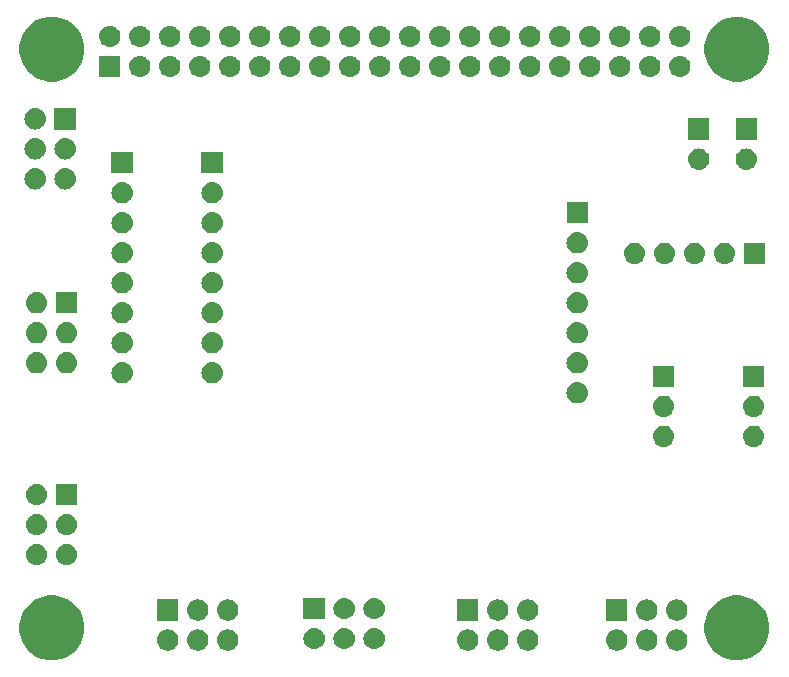
<source format=gbs>
G04 #@! TF.GenerationSoftware,KiCad,Pcbnew,(5.1.0)-1*
G04 #@! TF.CreationDate,2019-11-17T18:32:19+09:00*
G04 #@! TF.ProjectId,PakeOtiKun,50616b65-4f74-4694-9b75-6e2e6b696361,1*
G04 #@! TF.SameCoordinates,Original*
G04 #@! TF.FileFunction,Soldermask,Bot*
G04 #@! TF.FilePolarity,Negative*
%FSLAX46Y46*%
G04 Gerber Fmt 4.6, Leading zero omitted, Abs format (unit mm)*
G04 Created by KiCad (PCBNEW (5.1.0)-1) date 2019-11-17 18:32:19*
%MOMM*%
%LPD*%
G04 APERTURE LIST*
%ADD10C,0.100000*%
G04 APERTURE END LIST*
D10*
G36*
X166802144Y-120605680D02*
G01*
X167302612Y-120812981D01*
X167753022Y-121113935D01*
X168136065Y-121496978D01*
X168437019Y-121947388D01*
X168644320Y-122447856D01*
X168750000Y-122979147D01*
X168750000Y-123520853D01*
X168644320Y-124052144D01*
X168437019Y-124552612D01*
X168136065Y-125003022D01*
X167753022Y-125386065D01*
X167302612Y-125687019D01*
X166802144Y-125894320D01*
X166270853Y-126000000D01*
X165729147Y-126000000D01*
X165197856Y-125894320D01*
X164697388Y-125687019D01*
X164246978Y-125386065D01*
X163863935Y-125003022D01*
X163562981Y-124552612D01*
X163355680Y-124052144D01*
X163250000Y-123520853D01*
X163250000Y-122979147D01*
X163355680Y-122447856D01*
X163562981Y-121947388D01*
X163863935Y-121496978D01*
X164246978Y-121113935D01*
X164697388Y-120812981D01*
X165197856Y-120605680D01*
X165729147Y-120500000D01*
X166270853Y-120500000D01*
X166802144Y-120605680D01*
X166802144Y-120605680D01*
G37*
G36*
X108802144Y-120605680D02*
G01*
X109302612Y-120812981D01*
X109753022Y-121113935D01*
X110136065Y-121496978D01*
X110437019Y-121947388D01*
X110644320Y-122447856D01*
X110750000Y-122979147D01*
X110750000Y-123520853D01*
X110644320Y-124052144D01*
X110437019Y-124552612D01*
X110136065Y-125003022D01*
X109753022Y-125386065D01*
X109302612Y-125687019D01*
X108802144Y-125894320D01*
X108270853Y-126000000D01*
X107729147Y-126000000D01*
X107197856Y-125894320D01*
X106697388Y-125687019D01*
X106246978Y-125386065D01*
X105863935Y-125003022D01*
X105562981Y-124552612D01*
X105355680Y-124052144D01*
X105250000Y-123520853D01*
X105250000Y-122979147D01*
X105355680Y-122447856D01*
X105562981Y-121947388D01*
X105863935Y-121496978D01*
X106246978Y-121113935D01*
X106697388Y-120812981D01*
X107197856Y-120605680D01*
X107729147Y-120500000D01*
X108270853Y-120500000D01*
X108802144Y-120605680D01*
X108802144Y-120605680D01*
G37*
G36*
X161019442Y-123387718D02*
G01*
X161085627Y-123394237D01*
X161255466Y-123445757D01*
X161411991Y-123529422D01*
X161447729Y-123558752D01*
X161549186Y-123642014D01*
X161632448Y-123743471D01*
X161661778Y-123779209D01*
X161745443Y-123935734D01*
X161796963Y-124105573D01*
X161814359Y-124282200D01*
X161796963Y-124458827D01*
X161745443Y-124628666D01*
X161661778Y-124785191D01*
X161653411Y-124795386D01*
X161549186Y-124922386D01*
X161450929Y-125003022D01*
X161411991Y-125034978D01*
X161255466Y-125118643D01*
X161085627Y-125170163D01*
X161019442Y-125176682D01*
X160953260Y-125183200D01*
X160864740Y-125183200D01*
X160798558Y-125176682D01*
X160732373Y-125170163D01*
X160562534Y-125118643D01*
X160406009Y-125034978D01*
X160367071Y-125003022D01*
X160268814Y-124922386D01*
X160164589Y-124795386D01*
X160156222Y-124785191D01*
X160072557Y-124628666D01*
X160021037Y-124458827D01*
X160003641Y-124282200D01*
X160021037Y-124105573D01*
X160072557Y-123935734D01*
X160156222Y-123779209D01*
X160185552Y-123743471D01*
X160268814Y-123642014D01*
X160370271Y-123558752D01*
X160406009Y-123529422D01*
X160562534Y-123445757D01*
X160732373Y-123394237D01*
X160798558Y-123387718D01*
X160864740Y-123381200D01*
X160953260Y-123381200D01*
X161019442Y-123387718D01*
X161019442Y-123387718D01*
G37*
G36*
X148395642Y-123387718D02*
G01*
X148461827Y-123394237D01*
X148631666Y-123445757D01*
X148788191Y-123529422D01*
X148823929Y-123558752D01*
X148925386Y-123642014D01*
X149008648Y-123743471D01*
X149037978Y-123779209D01*
X149121643Y-123935734D01*
X149173163Y-124105573D01*
X149190559Y-124282200D01*
X149173163Y-124458827D01*
X149121643Y-124628666D01*
X149037978Y-124785191D01*
X149029611Y-124795386D01*
X148925386Y-124922386D01*
X148827129Y-125003022D01*
X148788191Y-125034978D01*
X148631666Y-125118643D01*
X148461827Y-125170163D01*
X148395642Y-125176682D01*
X148329460Y-125183200D01*
X148240940Y-125183200D01*
X148174758Y-125176682D01*
X148108573Y-125170163D01*
X147938734Y-125118643D01*
X147782209Y-125034978D01*
X147743271Y-125003022D01*
X147645014Y-124922386D01*
X147540789Y-124795386D01*
X147532422Y-124785191D01*
X147448757Y-124628666D01*
X147397237Y-124458827D01*
X147379841Y-124282200D01*
X147397237Y-124105573D01*
X147448757Y-123935734D01*
X147532422Y-123779209D01*
X147561752Y-123743471D01*
X147645014Y-123642014D01*
X147746471Y-123558752D01*
X147782209Y-123529422D01*
X147938734Y-123445757D01*
X148108573Y-123394237D01*
X148174758Y-123387718D01*
X148240940Y-123381200D01*
X148329460Y-123381200D01*
X148395642Y-123387718D01*
X148395642Y-123387718D01*
G37*
G36*
X143315642Y-123387718D02*
G01*
X143381827Y-123394237D01*
X143551666Y-123445757D01*
X143708191Y-123529422D01*
X143743929Y-123558752D01*
X143845386Y-123642014D01*
X143928648Y-123743471D01*
X143957978Y-123779209D01*
X144041643Y-123935734D01*
X144093163Y-124105573D01*
X144110559Y-124282200D01*
X144093163Y-124458827D01*
X144041643Y-124628666D01*
X143957978Y-124785191D01*
X143949611Y-124795386D01*
X143845386Y-124922386D01*
X143747129Y-125003022D01*
X143708191Y-125034978D01*
X143551666Y-125118643D01*
X143381827Y-125170163D01*
X143315642Y-125176682D01*
X143249460Y-125183200D01*
X143160940Y-125183200D01*
X143094758Y-125176682D01*
X143028573Y-125170163D01*
X142858734Y-125118643D01*
X142702209Y-125034978D01*
X142663271Y-125003022D01*
X142565014Y-124922386D01*
X142460789Y-124795386D01*
X142452422Y-124785191D01*
X142368757Y-124628666D01*
X142317237Y-124458827D01*
X142299841Y-124282200D01*
X142317237Y-124105573D01*
X142368757Y-123935734D01*
X142452422Y-123779209D01*
X142481752Y-123743471D01*
X142565014Y-123642014D01*
X142666471Y-123558752D01*
X142702209Y-123529422D01*
X142858734Y-123445757D01*
X143028573Y-123394237D01*
X143094758Y-123387718D01*
X143160940Y-123381200D01*
X143249460Y-123381200D01*
X143315642Y-123387718D01*
X143315642Y-123387718D01*
G37*
G36*
X145855642Y-123387718D02*
G01*
X145921827Y-123394237D01*
X146091666Y-123445757D01*
X146248191Y-123529422D01*
X146283929Y-123558752D01*
X146385386Y-123642014D01*
X146468648Y-123743471D01*
X146497978Y-123779209D01*
X146581643Y-123935734D01*
X146633163Y-124105573D01*
X146650559Y-124282200D01*
X146633163Y-124458827D01*
X146581643Y-124628666D01*
X146497978Y-124785191D01*
X146489611Y-124795386D01*
X146385386Y-124922386D01*
X146287129Y-125003022D01*
X146248191Y-125034978D01*
X146091666Y-125118643D01*
X145921827Y-125170163D01*
X145855642Y-125176682D01*
X145789460Y-125183200D01*
X145700940Y-125183200D01*
X145634758Y-125176682D01*
X145568573Y-125170163D01*
X145398734Y-125118643D01*
X145242209Y-125034978D01*
X145203271Y-125003022D01*
X145105014Y-124922386D01*
X145000789Y-124795386D01*
X144992422Y-124785191D01*
X144908757Y-124628666D01*
X144857237Y-124458827D01*
X144839841Y-124282200D01*
X144857237Y-124105573D01*
X144908757Y-123935734D01*
X144992422Y-123779209D01*
X145021752Y-123743471D01*
X145105014Y-123642014D01*
X145206471Y-123558752D01*
X145242209Y-123529422D01*
X145398734Y-123445757D01*
X145568573Y-123394237D01*
X145634758Y-123387718D01*
X145700940Y-123381200D01*
X145789460Y-123381200D01*
X145855642Y-123387718D01*
X145855642Y-123387718D01*
G37*
G36*
X155939442Y-123387718D02*
G01*
X156005627Y-123394237D01*
X156175466Y-123445757D01*
X156331991Y-123529422D01*
X156367729Y-123558752D01*
X156469186Y-123642014D01*
X156552448Y-123743471D01*
X156581778Y-123779209D01*
X156665443Y-123935734D01*
X156716963Y-124105573D01*
X156734359Y-124282200D01*
X156716963Y-124458827D01*
X156665443Y-124628666D01*
X156581778Y-124785191D01*
X156573411Y-124795386D01*
X156469186Y-124922386D01*
X156370929Y-125003022D01*
X156331991Y-125034978D01*
X156175466Y-125118643D01*
X156005627Y-125170163D01*
X155939442Y-125176682D01*
X155873260Y-125183200D01*
X155784740Y-125183200D01*
X155718558Y-125176682D01*
X155652373Y-125170163D01*
X155482534Y-125118643D01*
X155326009Y-125034978D01*
X155287071Y-125003022D01*
X155188814Y-124922386D01*
X155084589Y-124795386D01*
X155076222Y-124785191D01*
X154992557Y-124628666D01*
X154941037Y-124458827D01*
X154923641Y-124282200D01*
X154941037Y-124105573D01*
X154992557Y-123935734D01*
X155076222Y-123779209D01*
X155105552Y-123743471D01*
X155188814Y-123642014D01*
X155290271Y-123558752D01*
X155326009Y-123529422D01*
X155482534Y-123445757D01*
X155652373Y-123394237D01*
X155718558Y-123387718D01*
X155784740Y-123381200D01*
X155873260Y-123381200D01*
X155939442Y-123387718D01*
X155939442Y-123387718D01*
G37*
G36*
X120455642Y-123387718D02*
G01*
X120521827Y-123394237D01*
X120691666Y-123445757D01*
X120848191Y-123529422D01*
X120883929Y-123558752D01*
X120985386Y-123642014D01*
X121068648Y-123743471D01*
X121097978Y-123779209D01*
X121181643Y-123935734D01*
X121233163Y-124105573D01*
X121250559Y-124282200D01*
X121233163Y-124458827D01*
X121181643Y-124628666D01*
X121097978Y-124785191D01*
X121089611Y-124795386D01*
X120985386Y-124922386D01*
X120887129Y-125003022D01*
X120848191Y-125034978D01*
X120691666Y-125118643D01*
X120521827Y-125170163D01*
X120455642Y-125176682D01*
X120389460Y-125183200D01*
X120300940Y-125183200D01*
X120234758Y-125176682D01*
X120168573Y-125170163D01*
X119998734Y-125118643D01*
X119842209Y-125034978D01*
X119803271Y-125003022D01*
X119705014Y-124922386D01*
X119600789Y-124795386D01*
X119592422Y-124785191D01*
X119508757Y-124628666D01*
X119457237Y-124458827D01*
X119439841Y-124282200D01*
X119457237Y-124105573D01*
X119508757Y-123935734D01*
X119592422Y-123779209D01*
X119621752Y-123743471D01*
X119705014Y-123642014D01*
X119806471Y-123558752D01*
X119842209Y-123529422D01*
X119998734Y-123445757D01*
X120168573Y-123394237D01*
X120234758Y-123387718D01*
X120300940Y-123381200D01*
X120389460Y-123381200D01*
X120455642Y-123387718D01*
X120455642Y-123387718D01*
G37*
G36*
X117915642Y-123387718D02*
G01*
X117981827Y-123394237D01*
X118151666Y-123445757D01*
X118308191Y-123529422D01*
X118343929Y-123558752D01*
X118445386Y-123642014D01*
X118528648Y-123743471D01*
X118557978Y-123779209D01*
X118641643Y-123935734D01*
X118693163Y-124105573D01*
X118710559Y-124282200D01*
X118693163Y-124458827D01*
X118641643Y-124628666D01*
X118557978Y-124785191D01*
X118549611Y-124795386D01*
X118445386Y-124922386D01*
X118347129Y-125003022D01*
X118308191Y-125034978D01*
X118151666Y-125118643D01*
X117981827Y-125170163D01*
X117915642Y-125176682D01*
X117849460Y-125183200D01*
X117760940Y-125183200D01*
X117694758Y-125176682D01*
X117628573Y-125170163D01*
X117458734Y-125118643D01*
X117302209Y-125034978D01*
X117263271Y-125003022D01*
X117165014Y-124922386D01*
X117060789Y-124795386D01*
X117052422Y-124785191D01*
X116968757Y-124628666D01*
X116917237Y-124458827D01*
X116899841Y-124282200D01*
X116917237Y-124105573D01*
X116968757Y-123935734D01*
X117052422Y-123779209D01*
X117081752Y-123743471D01*
X117165014Y-123642014D01*
X117266471Y-123558752D01*
X117302209Y-123529422D01*
X117458734Y-123445757D01*
X117628573Y-123394237D01*
X117694758Y-123387718D01*
X117760940Y-123381200D01*
X117849460Y-123381200D01*
X117915642Y-123387718D01*
X117915642Y-123387718D01*
G37*
G36*
X158479442Y-123387718D02*
G01*
X158545627Y-123394237D01*
X158715466Y-123445757D01*
X158871991Y-123529422D01*
X158907729Y-123558752D01*
X159009186Y-123642014D01*
X159092448Y-123743471D01*
X159121778Y-123779209D01*
X159205443Y-123935734D01*
X159256963Y-124105573D01*
X159274359Y-124282200D01*
X159256963Y-124458827D01*
X159205443Y-124628666D01*
X159121778Y-124785191D01*
X159113411Y-124795386D01*
X159009186Y-124922386D01*
X158910929Y-125003022D01*
X158871991Y-125034978D01*
X158715466Y-125118643D01*
X158545627Y-125170163D01*
X158479442Y-125176682D01*
X158413260Y-125183200D01*
X158324740Y-125183200D01*
X158258558Y-125176682D01*
X158192373Y-125170163D01*
X158022534Y-125118643D01*
X157866009Y-125034978D01*
X157827071Y-125003022D01*
X157728814Y-124922386D01*
X157624589Y-124795386D01*
X157616222Y-124785191D01*
X157532557Y-124628666D01*
X157481037Y-124458827D01*
X157463641Y-124282200D01*
X157481037Y-124105573D01*
X157532557Y-123935734D01*
X157616222Y-123779209D01*
X157645552Y-123743471D01*
X157728814Y-123642014D01*
X157830271Y-123558752D01*
X157866009Y-123529422D01*
X158022534Y-123445757D01*
X158192373Y-123394237D01*
X158258558Y-123387718D01*
X158324740Y-123381200D01*
X158413260Y-123381200D01*
X158479442Y-123387718D01*
X158479442Y-123387718D01*
G37*
G36*
X122995642Y-123387718D02*
G01*
X123061827Y-123394237D01*
X123231666Y-123445757D01*
X123388191Y-123529422D01*
X123423929Y-123558752D01*
X123525386Y-123642014D01*
X123608648Y-123743471D01*
X123637978Y-123779209D01*
X123721643Y-123935734D01*
X123773163Y-124105573D01*
X123790559Y-124282200D01*
X123773163Y-124458827D01*
X123721643Y-124628666D01*
X123637978Y-124785191D01*
X123629611Y-124795386D01*
X123525386Y-124922386D01*
X123427129Y-125003022D01*
X123388191Y-125034978D01*
X123231666Y-125118643D01*
X123061827Y-125170163D01*
X122995642Y-125176682D01*
X122929460Y-125183200D01*
X122840940Y-125183200D01*
X122774758Y-125176682D01*
X122708573Y-125170163D01*
X122538734Y-125118643D01*
X122382209Y-125034978D01*
X122343271Y-125003022D01*
X122245014Y-124922386D01*
X122140789Y-124795386D01*
X122132422Y-124785191D01*
X122048757Y-124628666D01*
X121997237Y-124458827D01*
X121979841Y-124282200D01*
X121997237Y-124105573D01*
X122048757Y-123935734D01*
X122132422Y-123779209D01*
X122161752Y-123743471D01*
X122245014Y-123642014D01*
X122346471Y-123558752D01*
X122382209Y-123529422D01*
X122538734Y-123445757D01*
X122708573Y-123394237D01*
X122774758Y-123387718D01*
X122840940Y-123381200D01*
X122929460Y-123381200D01*
X122995642Y-123387718D01*
X122995642Y-123387718D01*
G37*
G36*
X132850843Y-123260719D02*
G01*
X132917027Y-123267237D01*
X133086866Y-123318757D01*
X133243391Y-123402422D01*
X133279129Y-123431752D01*
X133380586Y-123515014D01*
X133463848Y-123616471D01*
X133493178Y-123652209D01*
X133576843Y-123808734D01*
X133628363Y-123978573D01*
X133645759Y-124155200D01*
X133628363Y-124331827D01*
X133576843Y-124501666D01*
X133493178Y-124658191D01*
X133463848Y-124693929D01*
X133380586Y-124795386D01*
X133279129Y-124878648D01*
X133243391Y-124907978D01*
X133086866Y-124991643D01*
X132917027Y-125043163D01*
X132850843Y-125049681D01*
X132784660Y-125056200D01*
X132696140Y-125056200D01*
X132629957Y-125049681D01*
X132563773Y-125043163D01*
X132393934Y-124991643D01*
X132237409Y-124907978D01*
X132201671Y-124878648D01*
X132100214Y-124795386D01*
X132016952Y-124693929D01*
X131987622Y-124658191D01*
X131903957Y-124501666D01*
X131852437Y-124331827D01*
X131835041Y-124155200D01*
X131852437Y-123978573D01*
X131903957Y-123808734D01*
X131987622Y-123652209D01*
X132016952Y-123616471D01*
X132100214Y-123515014D01*
X132201671Y-123431752D01*
X132237409Y-123402422D01*
X132393934Y-123318757D01*
X132563773Y-123267237D01*
X132629957Y-123260719D01*
X132696140Y-123254200D01*
X132784660Y-123254200D01*
X132850843Y-123260719D01*
X132850843Y-123260719D01*
G37*
G36*
X130310843Y-123260719D02*
G01*
X130377027Y-123267237D01*
X130546866Y-123318757D01*
X130703391Y-123402422D01*
X130739129Y-123431752D01*
X130840586Y-123515014D01*
X130923848Y-123616471D01*
X130953178Y-123652209D01*
X131036843Y-123808734D01*
X131088363Y-123978573D01*
X131105759Y-124155200D01*
X131088363Y-124331827D01*
X131036843Y-124501666D01*
X130953178Y-124658191D01*
X130923848Y-124693929D01*
X130840586Y-124795386D01*
X130739129Y-124878648D01*
X130703391Y-124907978D01*
X130546866Y-124991643D01*
X130377027Y-125043163D01*
X130310843Y-125049681D01*
X130244660Y-125056200D01*
X130156140Y-125056200D01*
X130089957Y-125049681D01*
X130023773Y-125043163D01*
X129853934Y-124991643D01*
X129697409Y-124907978D01*
X129661671Y-124878648D01*
X129560214Y-124795386D01*
X129476952Y-124693929D01*
X129447622Y-124658191D01*
X129363957Y-124501666D01*
X129312437Y-124331827D01*
X129295041Y-124155200D01*
X129312437Y-123978573D01*
X129363957Y-123808734D01*
X129447622Y-123652209D01*
X129476952Y-123616471D01*
X129560214Y-123515014D01*
X129661671Y-123431752D01*
X129697409Y-123402422D01*
X129853934Y-123318757D01*
X130023773Y-123267237D01*
X130089957Y-123260719D01*
X130156140Y-123254200D01*
X130244660Y-123254200D01*
X130310843Y-123260719D01*
X130310843Y-123260719D01*
G37*
G36*
X135390843Y-123260719D02*
G01*
X135457027Y-123267237D01*
X135626866Y-123318757D01*
X135783391Y-123402422D01*
X135819129Y-123431752D01*
X135920586Y-123515014D01*
X136003848Y-123616471D01*
X136033178Y-123652209D01*
X136116843Y-123808734D01*
X136168363Y-123978573D01*
X136185759Y-124155200D01*
X136168363Y-124331827D01*
X136116843Y-124501666D01*
X136033178Y-124658191D01*
X136003848Y-124693929D01*
X135920586Y-124795386D01*
X135819129Y-124878648D01*
X135783391Y-124907978D01*
X135626866Y-124991643D01*
X135457027Y-125043163D01*
X135390843Y-125049681D01*
X135324660Y-125056200D01*
X135236140Y-125056200D01*
X135169957Y-125049681D01*
X135103773Y-125043163D01*
X134933934Y-124991643D01*
X134777409Y-124907978D01*
X134741671Y-124878648D01*
X134640214Y-124795386D01*
X134556952Y-124693929D01*
X134527622Y-124658191D01*
X134443957Y-124501666D01*
X134392437Y-124331827D01*
X134375041Y-124155200D01*
X134392437Y-123978573D01*
X134443957Y-123808734D01*
X134527622Y-123652209D01*
X134556952Y-123616471D01*
X134640214Y-123515014D01*
X134741671Y-123431752D01*
X134777409Y-123402422D01*
X134933934Y-123318757D01*
X135103773Y-123267237D01*
X135169957Y-123260719D01*
X135236140Y-123254200D01*
X135324660Y-123254200D01*
X135390843Y-123260719D01*
X135390843Y-123260719D01*
G37*
G36*
X118706200Y-122643200D02*
G01*
X116904200Y-122643200D01*
X116904200Y-120841200D01*
X118706200Y-120841200D01*
X118706200Y-122643200D01*
X118706200Y-122643200D01*
G37*
G36*
X120455643Y-120847719D02*
G01*
X120521827Y-120854237D01*
X120691666Y-120905757D01*
X120848191Y-120989422D01*
X120883929Y-121018752D01*
X120985386Y-121102014D01*
X121068648Y-121203471D01*
X121097978Y-121239209D01*
X121181643Y-121395734D01*
X121233163Y-121565573D01*
X121250559Y-121742200D01*
X121233163Y-121918827D01*
X121181643Y-122088666D01*
X121097978Y-122245191D01*
X121089611Y-122255386D01*
X120985386Y-122382386D01*
X120883929Y-122465648D01*
X120848191Y-122494978D01*
X120691666Y-122578643D01*
X120521827Y-122630163D01*
X120455642Y-122636682D01*
X120389460Y-122643200D01*
X120300940Y-122643200D01*
X120234758Y-122636682D01*
X120168573Y-122630163D01*
X119998734Y-122578643D01*
X119842209Y-122494978D01*
X119806471Y-122465648D01*
X119705014Y-122382386D01*
X119600789Y-122255386D01*
X119592422Y-122245191D01*
X119508757Y-122088666D01*
X119457237Y-121918827D01*
X119439841Y-121742200D01*
X119457237Y-121565573D01*
X119508757Y-121395734D01*
X119592422Y-121239209D01*
X119621752Y-121203471D01*
X119705014Y-121102014D01*
X119806471Y-121018752D01*
X119842209Y-120989422D01*
X119998734Y-120905757D01*
X120168573Y-120854237D01*
X120234757Y-120847719D01*
X120300940Y-120841200D01*
X120389460Y-120841200D01*
X120455643Y-120847719D01*
X120455643Y-120847719D01*
G37*
G36*
X161019443Y-120847719D02*
G01*
X161085627Y-120854237D01*
X161255466Y-120905757D01*
X161411991Y-120989422D01*
X161447729Y-121018752D01*
X161549186Y-121102014D01*
X161632448Y-121203471D01*
X161661778Y-121239209D01*
X161745443Y-121395734D01*
X161796963Y-121565573D01*
X161814359Y-121742200D01*
X161796963Y-121918827D01*
X161745443Y-122088666D01*
X161661778Y-122245191D01*
X161653411Y-122255386D01*
X161549186Y-122382386D01*
X161447729Y-122465648D01*
X161411991Y-122494978D01*
X161255466Y-122578643D01*
X161085627Y-122630163D01*
X161019442Y-122636682D01*
X160953260Y-122643200D01*
X160864740Y-122643200D01*
X160798558Y-122636682D01*
X160732373Y-122630163D01*
X160562534Y-122578643D01*
X160406009Y-122494978D01*
X160370271Y-122465648D01*
X160268814Y-122382386D01*
X160164589Y-122255386D01*
X160156222Y-122245191D01*
X160072557Y-122088666D01*
X160021037Y-121918827D01*
X160003641Y-121742200D01*
X160021037Y-121565573D01*
X160072557Y-121395734D01*
X160156222Y-121239209D01*
X160185552Y-121203471D01*
X160268814Y-121102014D01*
X160370271Y-121018752D01*
X160406009Y-120989422D01*
X160562534Y-120905757D01*
X160732373Y-120854237D01*
X160798557Y-120847719D01*
X160864740Y-120841200D01*
X160953260Y-120841200D01*
X161019443Y-120847719D01*
X161019443Y-120847719D01*
G37*
G36*
X148395643Y-120847719D02*
G01*
X148461827Y-120854237D01*
X148631666Y-120905757D01*
X148788191Y-120989422D01*
X148823929Y-121018752D01*
X148925386Y-121102014D01*
X149008648Y-121203471D01*
X149037978Y-121239209D01*
X149121643Y-121395734D01*
X149173163Y-121565573D01*
X149190559Y-121742200D01*
X149173163Y-121918827D01*
X149121643Y-122088666D01*
X149037978Y-122245191D01*
X149029611Y-122255386D01*
X148925386Y-122382386D01*
X148823929Y-122465648D01*
X148788191Y-122494978D01*
X148631666Y-122578643D01*
X148461827Y-122630163D01*
X148395642Y-122636682D01*
X148329460Y-122643200D01*
X148240940Y-122643200D01*
X148174758Y-122636682D01*
X148108573Y-122630163D01*
X147938734Y-122578643D01*
X147782209Y-122494978D01*
X147746471Y-122465648D01*
X147645014Y-122382386D01*
X147540789Y-122255386D01*
X147532422Y-122245191D01*
X147448757Y-122088666D01*
X147397237Y-121918827D01*
X147379841Y-121742200D01*
X147397237Y-121565573D01*
X147448757Y-121395734D01*
X147532422Y-121239209D01*
X147561752Y-121203471D01*
X147645014Y-121102014D01*
X147746471Y-121018752D01*
X147782209Y-120989422D01*
X147938734Y-120905757D01*
X148108573Y-120854237D01*
X148174757Y-120847719D01*
X148240940Y-120841200D01*
X148329460Y-120841200D01*
X148395643Y-120847719D01*
X148395643Y-120847719D01*
G37*
G36*
X156730000Y-122643200D02*
G01*
X154928000Y-122643200D01*
X154928000Y-120841200D01*
X156730000Y-120841200D01*
X156730000Y-122643200D01*
X156730000Y-122643200D01*
G37*
G36*
X122995643Y-120847719D02*
G01*
X123061827Y-120854237D01*
X123231666Y-120905757D01*
X123388191Y-120989422D01*
X123423929Y-121018752D01*
X123525386Y-121102014D01*
X123608648Y-121203471D01*
X123637978Y-121239209D01*
X123721643Y-121395734D01*
X123773163Y-121565573D01*
X123790559Y-121742200D01*
X123773163Y-121918827D01*
X123721643Y-122088666D01*
X123637978Y-122245191D01*
X123629611Y-122255386D01*
X123525386Y-122382386D01*
X123423929Y-122465648D01*
X123388191Y-122494978D01*
X123231666Y-122578643D01*
X123061827Y-122630163D01*
X122995642Y-122636682D01*
X122929460Y-122643200D01*
X122840940Y-122643200D01*
X122774758Y-122636682D01*
X122708573Y-122630163D01*
X122538734Y-122578643D01*
X122382209Y-122494978D01*
X122346471Y-122465648D01*
X122245014Y-122382386D01*
X122140789Y-122255386D01*
X122132422Y-122245191D01*
X122048757Y-122088666D01*
X121997237Y-121918827D01*
X121979841Y-121742200D01*
X121997237Y-121565573D01*
X122048757Y-121395734D01*
X122132422Y-121239209D01*
X122161752Y-121203471D01*
X122245014Y-121102014D01*
X122346471Y-121018752D01*
X122382209Y-120989422D01*
X122538734Y-120905757D01*
X122708573Y-120854237D01*
X122774757Y-120847719D01*
X122840940Y-120841200D01*
X122929460Y-120841200D01*
X122995643Y-120847719D01*
X122995643Y-120847719D01*
G37*
G36*
X145855643Y-120847719D02*
G01*
X145921827Y-120854237D01*
X146091666Y-120905757D01*
X146248191Y-120989422D01*
X146283929Y-121018752D01*
X146385386Y-121102014D01*
X146468648Y-121203471D01*
X146497978Y-121239209D01*
X146581643Y-121395734D01*
X146633163Y-121565573D01*
X146650559Y-121742200D01*
X146633163Y-121918827D01*
X146581643Y-122088666D01*
X146497978Y-122245191D01*
X146489611Y-122255386D01*
X146385386Y-122382386D01*
X146283929Y-122465648D01*
X146248191Y-122494978D01*
X146091666Y-122578643D01*
X145921827Y-122630163D01*
X145855642Y-122636682D01*
X145789460Y-122643200D01*
X145700940Y-122643200D01*
X145634758Y-122636682D01*
X145568573Y-122630163D01*
X145398734Y-122578643D01*
X145242209Y-122494978D01*
X145206471Y-122465648D01*
X145105014Y-122382386D01*
X145000789Y-122255386D01*
X144992422Y-122245191D01*
X144908757Y-122088666D01*
X144857237Y-121918827D01*
X144839841Y-121742200D01*
X144857237Y-121565573D01*
X144908757Y-121395734D01*
X144992422Y-121239209D01*
X145021752Y-121203471D01*
X145105014Y-121102014D01*
X145206471Y-121018752D01*
X145242209Y-120989422D01*
X145398734Y-120905757D01*
X145568573Y-120854237D01*
X145634757Y-120847719D01*
X145700940Y-120841200D01*
X145789460Y-120841200D01*
X145855643Y-120847719D01*
X145855643Y-120847719D01*
G37*
G36*
X144106200Y-122643200D02*
G01*
X142304200Y-122643200D01*
X142304200Y-120841200D01*
X144106200Y-120841200D01*
X144106200Y-122643200D01*
X144106200Y-122643200D01*
G37*
G36*
X158479443Y-120847719D02*
G01*
X158545627Y-120854237D01*
X158715466Y-120905757D01*
X158871991Y-120989422D01*
X158907729Y-121018752D01*
X159009186Y-121102014D01*
X159092448Y-121203471D01*
X159121778Y-121239209D01*
X159205443Y-121395734D01*
X159256963Y-121565573D01*
X159274359Y-121742200D01*
X159256963Y-121918827D01*
X159205443Y-122088666D01*
X159121778Y-122245191D01*
X159113411Y-122255386D01*
X159009186Y-122382386D01*
X158907729Y-122465648D01*
X158871991Y-122494978D01*
X158715466Y-122578643D01*
X158545627Y-122630163D01*
X158479442Y-122636682D01*
X158413260Y-122643200D01*
X158324740Y-122643200D01*
X158258558Y-122636682D01*
X158192373Y-122630163D01*
X158022534Y-122578643D01*
X157866009Y-122494978D01*
X157830271Y-122465648D01*
X157728814Y-122382386D01*
X157624589Y-122255386D01*
X157616222Y-122245191D01*
X157532557Y-122088666D01*
X157481037Y-121918827D01*
X157463641Y-121742200D01*
X157481037Y-121565573D01*
X157532557Y-121395734D01*
X157616222Y-121239209D01*
X157645552Y-121203471D01*
X157728814Y-121102014D01*
X157830271Y-121018752D01*
X157866009Y-120989422D01*
X158022534Y-120905757D01*
X158192373Y-120854237D01*
X158258557Y-120847719D01*
X158324740Y-120841200D01*
X158413260Y-120841200D01*
X158479443Y-120847719D01*
X158479443Y-120847719D01*
G37*
G36*
X132850843Y-120720719D02*
G01*
X132917027Y-120727237D01*
X133086866Y-120778757D01*
X133243391Y-120862422D01*
X133279129Y-120891752D01*
X133380586Y-120975014D01*
X133463848Y-121076471D01*
X133493178Y-121112209D01*
X133576843Y-121268734D01*
X133628363Y-121438573D01*
X133645759Y-121615200D01*
X133628363Y-121791827D01*
X133576843Y-121961666D01*
X133493178Y-122118191D01*
X133463848Y-122153929D01*
X133380586Y-122255386D01*
X133279129Y-122338648D01*
X133243391Y-122367978D01*
X133086866Y-122451643D01*
X132917027Y-122503163D01*
X132850842Y-122509682D01*
X132784660Y-122516200D01*
X132696140Y-122516200D01*
X132629958Y-122509682D01*
X132563773Y-122503163D01*
X132393934Y-122451643D01*
X132237409Y-122367978D01*
X132201671Y-122338648D01*
X132100214Y-122255386D01*
X132016952Y-122153929D01*
X131987622Y-122118191D01*
X131903957Y-121961666D01*
X131852437Y-121791827D01*
X131835041Y-121615200D01*
X131852437Y-121438573D01*
X131903957Y-121268734D01*
X131987622Y-121112209D01*
X132016952Y-121076471D01*
X132100214Y-120975014D01*
X132201671Y-120891752D01*
X132237409Y-120862422D01*
X132393934Y-120778757D01*
X132563773Y-120727237D01*
X132629957Y-120720719D01*
X132696140Y-120714200D01*
X132784660Y-120714200D01*
X132850843Y-120720719D01*
X132850843Y-120720719D01*
G37*
G36*
X135390843Y-120720719D02*
G01*
X135457027Y-120727237D01*
X135626866Y-120778757D01*
X135783391Y-120862422D01*
X135819129Y-120891752D01*
X135920586Y-120975014D01*
X136003848Y-121076471D01*
X136033178Y-121112209D01*
X136116843Y-121268734D01*
X136168363Y-121438573D01*
X136185759Y-121615200D01*
X136168363Y-121791827D01*
X136116843Y-121961666D01*
X136033178Y-122118191D01*
X136003848Y-122153929D01*
X135920586Y-122255386D01*
X135819129Y-122338648D01*
X135783391Y-122367978D01*
X135626866Y-122451643D01*
X135457027Y-122503163D01*
X135390842Y-122509682D01*
X135324660Y-122516200D01*
X135236140Y-122516200D01*
X135169958Y-122509682D01*
X135103773Y-122503163D01*
X134933934Y-122451643D01*
X134777409Y-122367978D01*
X134741671Y-122338648D01*
X134640214Y-122255386D01*
X134556952Y-122153929D01*
X134527622Y-122118191D01*
X134443957Y-121961666D01*
X134392437Y-121791827D01*
X134375041Y-121615200D01*
X134392437Y-121438573D01*
X134443957Y-121268734D01*
X134527622Y-121112209D01*
X134556952Y-121076471D01*
X134640214Y-120975014D01*
X134741671Y-120891752D01*
X134777409Y-120862422D01*
X134933934Y-120778757D01*
X135103773Y-120727237D01*
X135169957Y-120720719D01*
X135236140Y-120714200D01*
X135324660Y-120714200D01*
X135390843Y-120720719D01*
X135390843Y-120720719D01*
G37*
G36*
X131101400Y-122516200D02*
G01*
X129299400Y-122516200D01*
X129299400Y-120714200D01*
X131101400Y-120714200D01*
X131101400Y-122516200D01*
X131101400Y-122516200D01*
G37*
G36*
X109355843Y-116148719D02*
G01*
X109422027Y-116155237D01*
X109591866Y-116206757D01*
X109748391Y-116290422D01*
X109784129Y-116319752D01*
X109885586Y-116403014D01*
X109968848Y-116504471D01*
X109998178Y-116540209D01*
X110081843Y-116696734D01*
X110133363Y-116866573D01*
X110150759Y-117043200D01*
X110133363Y-117219827D01*
X110081843Y-117389666D01*
X109998178Y-117546191D01*
X109968848Y-117581929D01*
X109885586Y-117683386D01*
X109784129Y-117766648D01*
X109748391Y-117795978D01*
X109591866Y-117879643D01*
X109422027Y-117931163D01*
X109355842Y-117937682D01*
X109289660Y-117944200D01*
X109201140Y-117944200D01*
X109134958Y-117937682D01*
X109068773Y-117931163D01*
X108898934Y-117879643D01*
X108742409Y-117795978D01*
X108706671Y-117766648D01*
X108605214Y-117683386D01*
X108521952Y-117581929D01*
X108492622Y-117546191D01*
X108408957Y-117389666D01*
X108357437Y-117219827D01*
X108340041Y-117043200D01*
X108357437Y-116866573D01*
X108408957Y-116696734D01*
X108492622Y-116540209D01*
X108521952Y-116504471D01*
X108605214Y-116403014D01*
X108706671Y-116319752D01*
X108742409Y-116290422D01*
X108898934Y-116206757D01*
X109068773Y-116155237D01*
X109134957Y-116148719D01*
X109201140Y-116142200D01*
X109289660Y-116142200D01*
X109355843Y-116148719D01*
X109355843Y-116148719D01*
G37*
G36*
X106815843Y-116148719D02*
G01*
X106882027Y-116155237D01*
X107051866Y-116206757D01*
X107208391Y-116290422D01*
X107244129Y-116319752D01*
X107345586Y-116403014D01*
X107428848Y-116504471D01*
X107458178Y-116540209D01*
X107541843Y-116696734D01*
X107593363Y-116866573D01*
X107610759Y-117043200D01*
X107593363Y-117219827D01*
X107541843Y-117389666D01*
X107458178Y-117546191D01*
X107428848Y-117581929D01*
X107345586Y-117683386D01*
X107244129Y-117766648D01*
X107208391Y-117795978D01*
X107051866Y-117879643D01*
X106882027Y-117931163D01*
X106815842Y-117937682D01*
X106749660Y-117944200D01*
X106661140Y-117944200D01*
X106594958Y-117937682D01*
X106528773Y-117931163D01*
X106358934Y-117879643D01*
X106202409Y-117795978D01*
X106166671Y-117766648D01*
X106065214Y-117683386D01*
X105981952Y-117581929D01*
X105952622Y-117546191D01*
X105868957Y-117389666D01*
X105817437Y-117219827D01*
X105800041Y-117043200D01*
X105817437Y-116866573D01*
X105868957Y-116696734D01*
X105952622Y-116540209D01*
X105981952Y-116504471D01*
X106065214Y-116403014D01*
X106166671Y-116319752D01*
X106202409Y-116290422D01*
X106358934Y-116206757D01*
X106528773Y-116155237D01*
X106594957Y-116148719D01*
X106661140Y-116142200D01*
X106749660Y-116142200D01*
X106815843Y-116148719D01*
X106815843Y-116148719D01*
G37*
G36*
X109355842Y-113608718D02*
G01*
X109422027Y-113615237D01*
X109591866Y-113666757D01*
X109748391Y-113750422D01*
X109784129Y-113779752D01*
X109885586Y-113863014D01*
X109968848Y-113964471D01*
X109998178Y-114000209D01*
X110081843Y-114156734D01*
X110133363Y-114326573D01*
X110150759Y-114503200D01*
X110133363Y-114679827D01*
X110081843Y-114849666D01*
X109998178Y-115006191D01*
X109968848Y-115041929D01*
X109885586Y-115143386D01*
X109784129Y-115226648D01*
X109748391Y-115255978D01*
X109591866Y-115339643D01*
X109422027Y-115391163D01*
X109355843Y-115397681D01*
X109289660Y-115404200D01*
X109201140Y-115404200D01*
X109134957Y-115397681D01*
X109068773Y-115391163D01*
X108898934Y-115339643D01*
X108742409Y-115255978D01*
X108706671Y-115226648D01*
X108605214Y-115143386D01*
X108521952Y-115041929D01*
X108492622Y-115006191D01*
X108408957Y-114849666D01*
X108357437Y-114679827D01*
X108340041Y-114503200D01*
X108357437Y-114326573D01*
X108408957Y-114156734D01*
X108492622Y-114000209D01*
X108521952Y-113964471D01*
X108605214Y-113863014D01*
X108706671Y-113779752D01*
X108742409Y-113750422D01*
X108898934Y-113666757D01*
X109068773Y-113615237D01*
X109134958Y-113608718D01*
X109201140Y-113602200D01*
X109289660Y-113602200D01*
X109355842Y-113608718D01*
X109355842Y-113608718D01*
G37*
G36*
X106815842Y-113608718D02*
G01*
X106882027Y-113615237D01*
X107051866Y-113666757D01*
X107208391Y-113750422D01*
X107244129Y-113779752D01*
X107345586Y-113863014D01*
X107428848Y-113964471D01*
X107458178Y-114000209D01*
X107541843Y-114156734D01*
X107593363Y-114326573D01*
X107610759Y-114503200D01*
X107593363Y-114679827D01*
X107541843Y-114849666D01*
X107458178Y-115006191D01*
X107428848Y-115041929D01*
X107345586Y-115143386D01*
X107244129Y-115226648D01*
X107208391Y-115255978D01*
X107051866Y-115339643D01*
X106882027Y-115391163D01*
X106815843Y-115397681D01*
X106749660Y-115404200D01*
X106661140Y-115404200D01*
X106594957Y-115397681D01*
X106528773Y-115391163D01*
X106358934Y-115339643D01*
X106202409Y-115255978D01*
X106166671Y-115226648D01*
X106065214Y-115143386D01*
X105981952Y-115041929D01*
X105952622Y-115006191D01*
X105868957Y-114849666D01*
X105817437Y-114679827D01*
X105800041Y-114503200D01*
X105817437Y-114326573D01*
X105868957Y-114156734D01*
X105952622Y-114000209D01*
X105981952Y-113964471D01*
X106065214Y-113863014D01*
X106166671Y-113779752D01*
X106202409Y-113750422D01*
X106358934Y-113666757D01*
X106528773Y-113615237D01*
X106594958Y-113608718D01*
X106661140Y-113602200D01*
X106749660Y-113602200D01*
X106815842Y-113608718D01*
X106815842Y-113608718D01*
G37*
G36*
X110146400Y-112864200D02*
G01*
X108344400Y-112864200D01*
X108344400Y-111062200D01*
X110146400Y-111062200D01*
X110146400Y-112864200D01*
X110146400Y-112864200D01*
G37*
G36*
X106815842Y-111068718D02*
G01*
X106882027Y-111075237D01*
X107051866Y-111126757D01*
X107208391Y-111210422D01*
X107244129Y-111239752D01*
X107345586Y-111323014D01*
X107428848Y-111424471D01*
X107458178Y-111460209D01*
X107541843Y-111616734D01*
X107593363Y-111786573D01*
X107610759Y-111963200D01*
X107593363Y-112139827D01*
X107541843Y-112309666D01*
X107458178Y-112466191D01*
X107428848Y-112501929D01*
X107345586Y-112603386D01*
X107244129Y-112686648D01*
X107208391Y-112715978D01*
X107051866Y-112799643D01*
X106882027Y-112851163D01*
X106815843Y-112857681D01*
X106749660Y-112864200D01*
X106661140Y-112864200D01*
X106594957Y-112857681D01*
X106528773Y-112851163D01*
X106358934Y-112799643D01*
X106202409Y-112715978D01*
X106166671Y-112686648D01*
X106065214Y-112603386D01*
X105981952Y-112501929D01*
X105952622Y-112466191D01*
X105868957Y-112309666D01*
X105817437Y-112139827D01*
X105800041Y-111963200D01*
X105817437Y-111786573D01*
X105868957Y-111616734D01*
X105952622Y-111460209D01*
X105981952Y-111424471D01*
X106065214Y-111323014D01*
X106166671Y-111239752D01*
X106202409Y-111210422D01*
X106358934Y-111126757D01*
X106528773Y-111075237D01*
X106594958Y-111068718D01*
X106661140Y-111062200D01*
X106749660Y-111062200D01*
X106815842Y-111068718D01*
X106815842Y-111068718D01*
G37*
G36*
X159901842Y-106141118D02*
G01*
X159968027Y-106147637D01*
X160137866Y-106199157D01*
X160294391Y-106282822D01*
X160330129Y-106312152D01*
X160431586Y-106395414D01*
X160514848Y-106496871D01*
X160544178Y-106532609D01*
X160627843Y-106689134D01*
X160679363Y-106858973D01*
X160696759Y-107035600D01*
X160679363Y-107212227D01*
X160627843Y-107382066D01*
X160544178Y-107538591D01*
X160514848Y-107574329D01*
X160431586Y-107675786D01*
X160330129Y-107759048D01*
X160294391Y-107788378D01*
X160137866Y-107872043D01*
X159968027Y-107923563D01*
X159901842Y-107930082D01*
X159835660Y-107936600D01*
X159747140Y-107936600D01*
X159680958Y-107930082D01*
X159614773Y-107923563D01*
X159444934Y-107872043D01*
X159288409Y-107788378D01*
X159252671Y-107759048D01*
X159151214Y-107675786D01*
X159067952Y-107574329D01*
X159038622Y-107538591D01*
X158954957Y-107382066D01*
X158903437Y-107212227D01*
X158886041Y-107035600D01*
X158903437Y-106858973D01*
X158954957Y-106689134D01*
X159038622Y-106532609D01*
X159067952Y-106496871D01*
X159151214Y-106395414D01*
X159252671Y-106312152D01*
X159288409Y-106282822D01*
X159444934Y-106199157D01*
X159614773Y-106147637D01*
X159680958Y-106141118D01*
X159747140Y-106134600D01*
X159835660Y-106134600D01*
X159901842Y-106141118D01*
X159901842Y-106141118D01*
G37*
G36*
X167521842Y-106141118D02*
G01*
X167588027Y-106147637D01*
X167757866Y-106199157D01*
X167914391Y-106282822D01*
X167950129Y-106312152D01*
X168051586Y-106395414D01*
X168134848Y-106496871D01*
X168164178Y-106532609D01*
X168247843Y-106689134D01*
X168299363Y-106858973D01*
X168316759Y-107035600D01*
X168299363Y-107212227D01*
X168247843Y-107382066D01*
X168164178Y-107538591D01*
X168134848Y-107574329D01*
X168051586Y-107675786D01*
X167950129Y-107759048D01*
X167914391Y-107788378D01*
X167757866Y-107872043D01*
X167588027Y-107923563D01*
X167521842Y-107930082D01*
X167455660Y-107936600D01*
X167367140Y-107936600D01*
X167300958Y-107930082D01*
X167234773Y-107923563D01*
X167064934Y-107872043D01*
X166908409Y-107788378D01*
X166872671Y-107759048D01*
X166771214Y-107675786D01*
X166687952Y-107574329D01*
X166658622Y-107538591D01*
X166574957Y-107382066D01*
X166523437Y-107212227D01*
X166506041Y-107035600D01*
X166523437Y-106858973D01*
X166574957Y-106689134D01*
X166658622Y-106532609D01*
X166687952Y-106496871D01*
X166771214Y-106395414D01*
X166872671Y-106312152D01*
X166908409Y-106282822D01*
X167064934Y-106199157D01*
X167234773Y-106147637D01*
X167300958Y-106141118D01*
X167367140Y-106134600D01*
X167455660Y-106134600D01*
X167521842Y-106141118D01*
X167521842Y-106141118D01*
G37*
G36*
X159901843Y-103601119D02*
G01*
X159968027Y-103607637D01*
X160137866Y-103659157D01*
X160294391Y-103742822D01*
X160330129Y-103772152D01*
X160431586Y-103855414D01*
X160514848Y-103956871D01*
X160544178Y-103992609D01*
X160627843Y-104149134D01*
X160679363Y-104318973D01*
X160696759Y-104495600D01*
X160679363Y-104672227D01*
X160627843Y-104842066D01*
X160544178Y-104998591D01*
X160514848Y-105034329D01*
X160431586Y-105135786D01*
X160330129Y-105219048D01*
X160294391Y-105248378D01*
X160137866Y-105332043D01*
X159968027Y-105383563D01*
X159901843Y-105390081D01*
X159835660Y-105396600D01*
X159747140Y-105396600D01*
X159680957Y-105390081D01*
X159614773Y-105383563D01*
X159444934Y-105332043D01*
X159288409Y-105248378D01*
X159252671Y-105219048D01*
X159151214Y-105135786D01*
X159067952Y-105034329D01*
X159038622Y-104998591D01*
X158954957Y-104842066D01*
X158903437Y-104672227D01*
X158886041Y-104495600D01*
X158903437Y-104318973D01*
X158954957Y-104149134D01*
X159038622Y-103992609D01*
X159067952Y-103956871D01*
X159151214Y-103855414D01*
X159252671Y-103772152D01*
X159288409Y-103742822D01*
X159444934Y-103659157D01*
X159614773Y-103607637D01*
X159680957Y-103601119D01*
X159747140Y-103594600D01*
X159835660Y-103594600D01*
X159901843Y-103601119D01*
X159901843Y-103601119D01*
G37*
G36*
X167521843Y-103601119D02*
G01*
X167588027Y-103607637D01*
X167757866Y-103659157D01*
X167914391Y-103742822D01*
X167950129Y-103772152D01*
X168051586Y-103855414D01*
X168134848Y-103956871D01*
X168164178Y-103992609D01*
X168247843Y-104149134D01*
X168299363Y-104318973D01*
X168316759Y-104495600D01*
X168299363Y-104672227D01*
X168247843Y-104842066D01*
X168164178Y-104998591D01*
X168134848Y-105034329D01*
X168051586Y-105135786D01*
X167950129Y-105219048D01*
X167914391Y-105248378D01*
X167757866Y-105332043D01*
X167588027Y-105383563D01*
X167521843Y-105390081D01*
X167455660Y-105396600D01*
X167367140Y-105396600D01*
X167300957Y-105390081D01*
X167234773Y-105383563D01*
X167064934Y-105332043D01*
X166908409Y-105248378D01*
X166872671Y-105219048D01*
X166771214Y-105135786D01*
X166687952Y-105034329D01*
X166658622Y-104998591D01*
X166574957Y-104842066D01*
X166523437Y-104672227D01*
X166506041Y-104495600D01*
X166523437Y-104318973D01*
X166574957Y-104149134D01*
X166658622Y-103992609D01*
X166687952Y-103956871D01*
X166771214Y-103855414D01*
X166872671Y-103772152D01*
X166908409Y-103742822D01*
X167064934Y-103659157D01*
X167234773Y-103607637D01*
X167300957Y-103601119D01*
X167367140Y-103594600D01*
X167455660Y-103594600D01*
X167521843Y-103601119D01*
X167521843Y-103601119D01*
G37*
G36*
X152586643Y-102458119D02*
G01*
X152652827Y-102464637D01*
X152822666Y-102516157D01*
X152979191Y-102599822D01*
X153014929Y-102629152D01*
X153116386Y-102712414D01*
X153199648Y-102813871D01*
X153228978Y-102849609D01*
X153312643Y-103006134D01*
X153364163Y-103175973D01*
X153381559Y-103352600D01*
X153364163Y-103529227D01*
X153312643Y-103699066D01*
X153228978Y-103855591D01*
X153199648Y-103891329D01*
X153116386Y-103992786D01*
X153014929Y-104076048D01*
X152979191Y-104105378D01*
X152822666Y-104189043D01*
X152652827Y-104240563D01*
X152586643Y-104247081D01*
X152520460Y-104253600D01*
X152431940Y-104253600D01*
X152365757Y-104247081D01*
X152299573Y-104240563D01*
X152129734Y-104189043D01*
X151973209Y-104105378D01*
X151937471Y-104076048D01*
X151836014Y-103992786D01*
X151752752Y-103891329D01*
X151723422Y-103855591D01*
X151639757Y-103699066D01*
X151588237Y-103529227D01*
X151570841Y-103352600D01*
X151588237Y-103175973D01*
X151639757Y-103006134D01*
X151723422Y-102849609D01*
X151752752Y-102813871D01*
X151836014Y-102712414D01*
X151937471Y-102629152D01*
X151973209Y-102599822D01*
X152129734Y-102516157D01*
X152299573Y-102464637D01*
X152365757Y-102458119D01*
X152431940Y-102451600D01*
X152520460Y-102451600D01*
X152586643Y-102458119D01*
X152586643Y-102458119D01*
G37*
G36*
X160692400Y-102856600D02*
G01*
X158890400Y-102856600D01*
X158890400Y-101054600D01*
X160692400Y-101054600D01*
X160692400Y-102856600D01*
X160692400Y-102856600D01*
G37*
G36*
X168312400Y-102856600D02*
G01*
X166510400Y-102856600D01*
X166510400Y-101054600D01*
X168312400Y-101054600D01*
X168312400Y-102856600D01*
X168312400Y-102856600D01*
G37*
G36*
X121674843Y-100756319D02*
G01*
X121741027Y-100762837D01*
X121910866Y-100814357D01*
X122067391Y-100898022D01*
X122103129Y-100927352D01*
X122204586Y-101010614D01*
X122287848Y-101112071D01*
X122317178Y-101147809D01*
X122400843Y-101304334D01*
X122452363Y-101474173D01*
X122469759Y-101650800D01*
X122452363Y-101827427D01*
X122400843Y-101997266D01*
X122317178Y-102153791D01*
X122287848Y-102189529D01*
X122204586Y-102290986D01*
X122103129Y-102374248D01*
X122067391Y-102403578D01*
X121910866Y-102487243D01*
X121741027Y-102538763D01*
X121674843Y-102545281D01*
X121608660Y-102551800D01*
X121520140Y-102551800D01*
X121453957Y-102545281D01*
X121387773Y-102538763D01*
X121217934Y-102487243D01*
X121061409Y-102403578D01*
X121025671Y-102374248D01*
X120924214Y-102290986D01*
X120840952Y-102189529D01*
X120811622Y-102153791D01*
X120727957Y-101997266D01*
X120676437Y-101827427D01*
X120659041Y-101650800D01*
X120676437Y-101474173D01*
X120727957Y-101304334D01*
X120811622Y-101147809D01*
X120840952Y-101112071D01*
X120924214Y-101010614D01*
X121025671Y-100927352D01*
X121061409Y-100898022D01*
X121217934Y-100814357D01*
X121387773Y-100762837D01*
X121453957Y-100756319D01*
X121520140Y-100749800D01*
X121608660Y-100749800D01*
X121674843Y-100756319D01*
X121674843Y-100756319D01*
G37*
G36*
X114054843Y-100756319D02*
G01*
X114121027Y-100762837D01*
X114290866Y-100814357D01*
X114447391Y-100898022D01*
X114483129Y-100927352D01*
X114584586Y-101010614D01*
X114667848Y-101112071D01*
X114697178Y-101147809D01*
X114780843Y-101304334D01*
X114832363Y-101474173D01*
X114849759Y-101650800D01*
X114832363Y-101827427D01*
X114780843Y-101997266D01*
X114697178Y-102153791D01*
X114667848Y-102189529D01*
X114584586Y-102290986D01*
X114483129Y-102374248D01*
X114447391Y-102403578D01*
X114290866Y-102487243D01*
X114121027Y-102538763D01*
X114054843Y-102545281D01*
X113988660Y-102551800D01*
X113900140Y-102551800D01*
X113833957Y-102545281D01*
X113767773Y-102538763D01*
X113597934Y-102487243D01*
X113441409Y-102403578D01*
X113405671Y-102374248D01*
X113304214Y-102290986D01*
X113220952Y-102189529D01*
X113191622Y-102153791D01*
X113107957Y-101997266D01*
X113056437Y-101827427D01*
X113039041Y-101650800D01*
X113056437Y-101474173D01*
X113107957Y-101304334D01*
X113191622Y-101147809D01*
X113220952Y-101112071D01*
X113304214Y-101010614D01*
X113405671Y-100927352D01*
X113441409Y-100898022D01*
X113597934Y-100814357D01*
X113767773Y-100762837D01*
X113833957Y-100756319D01*
X113900140Y-100749800D01*
X113988660Y-100749800D01*
X114054843Y-100756319D01*
X114054843Y-100756319D01*
G37*
G36*
X106815842Y-99918118D02*
G01*
X106882027Y-99924637D01*
X107051866Y-99976157D01*
X107208391Y-100059822D01*
X107244129Y-100089152D01*
X107345586Y-100172414D01*
X107428848Y-100273871D01*
X107458178Y-100309609D01*
X107541843Y-100466134D01*
X107593363Y-100635973D01*
X107610759Y-100812600D01*
X107593363Y-100989227D01*
X107541843Y-101159066D01*
X107458178Y-101315591D01*
X107428848Y-101351329D01*
X107345586Y-101452786D01*
X107244129Y-101536048D01*
X107208391Y-101565378D01*
X107051866Y-101649043D01*
X106882027Y-101700563D01*
X106815843Y-101707081D01*
X106749660Y-101713600D01*
X106661140Y-101713600D01*
X106594958Y-101707082D01*
X106528773Y-101700563D01*
X106358934Y-101649043D01*
X106202409Y-101565378D01*
X106166671Y-101536048D01*
X106065214Y-101452786D01*
X105981952Y-101351329D01*
X105952622Y-101315591D01*
X105868957Y-101159066D01*
X105817437Y-100989227D01*
X105800041Y-100812600D01*
X105817437Y-100635973D01*
X105868957Y-100466134D01*
X105952622Y-100309609D01*
X105981952Y-100273871D01*
X106065214Y-100172414D01*
X106166671Y-100089152D01*
X106202409Y-100059822D01*
X106358934Y-99976157D01*
X106528773Y-99924637D01*
X106594958Y-99918118D01*
X106661140Y-99911600D01*
X106749660Y-99911600D01*
X106815842Y-99918118D01*
X106815842Y-99918118D01*
G37*
G36*
X152586642Y-99918118D02*
G01*
X152652827Y-99924637D01*
X152822666Y-99976157D01*
X152979191Y-100059822D01*
X153014929Y-100089152D01*
X153116386Y-100172414D01*
X153199648Y-100273871D01*
X153228978Y-100309609D01*
X153312643Y-100466134D01*
X153364163Y-100635973D01*
X153381559Y-100812600D01*
X153364163Y-100989227D01*
X153312643Y-101159066D01*
X153228978Y-101315591D01*
X153199648Y-101351329D01*
X153116386Y-101452786D01*
X153014929Y-101536048D01*
X152979191Y-101565378D01*
X152822666Y-101649043D01*
X152652827Y-101700563D01*
X152586643Y-101707081D01*
X152520460Y-101713600D01*
X152431940Y-101713600D01*
X152365758Y-101707082D01*
X152299573Y-101700563D01*
X152129734Y-101649043D01*
X151973209Y-101565378D01*
X151937471Y-101536048D01*
X151836014Y-101452786D01*
X151752752Y-101351329D01*
X151723422Y-101315591D01*
X151639757Y-101159066D01*
X151588237Y-100989227D01*
X151570841Y-100812600D01*
X151588237Y-100635973D01*
X151639757Y-100466134D01*
X151723422Y-100309609D01*
X151752752Y-100273871D01*
X151836014Y-100172414D01*
X151937471Y-100089152D01*
X151973209Y-100059822D01*
X152129734Y-99976157D01*
X152299573Y-99924637D01*
X152365758Y-99918118D01*
X152431940Y-99911600D01*
X152520460Y-99911600D01*
X152586642Y-99918118D01*
X152586642Y-99918118D01*
G37*
G36*
X109355842Y-99918118D02*
G01*
X109422027Y-99924637D01*
X109591866Y-99976157D01*
X109748391Y-100059822D01*
X109784129Y-100089152D01*
X109885586Y-100172414D01*
X109968848Y-100273871D01*
X109998178Y-100309609D01*
X110081843Y-100466134D01*
X110133363Y-100635973D01*
X110150759Y-100812600D01*
X110133363Y-100989227D01*
X110081843Y-101159066D01*
X109998178Y-101315591D01*
X109968848Y-101351329D01*
X109885586Y-101452786D01*
X109784129Y-101536048D01*
X109748391Y-101565378D01*
X109591866Y-101649043D01*
X109422027Y-101700563D01*
X109355843Y-101707081D01*
X109289660Y-101713600D01*
X109201140Y-101713600D01*
X109134958Y-101707082D01*
X109068773Y-101700563D01*
X108898934Y-101649043D01*
X108742409Y-101565378D01*
X108706671Y-101536048D01*
X108605214Y-101452786D01*
X108521952Y-101351329D01*
X108492622Y-101315591D01*
X108408957Y-101159066D01*
X108357437Y-100989227D01*
X108340041Y-100812600D01*
X108357437Y-100635973D01*
X108408957Y-100466134D01*
X108492622Y-100309609D01*
X108521952Y-100273871D01*
X108605214Y-100172414D01*
X108706671Y-100089152D01*
X108742409Y-100059822D01*
X108898934Y-99976157D01*
X109068773Y-99924637D01*
X109134958Y-99918118D01*
X109201140Y-99911600D01*
X109289660Y-99911600D01*
X109355842Y-99918118D01*
X109355842Y-99918118D01*
G37*
G36*
X114054842Y-98216318D02*
G01*
X114121027Y-98222837D01*
X114290866Y-98274357D01*
X114447391Y-98358022D01*
X114483129Y-98387352D01*
X114584586Y-98470614D01*
X114667848Y-98572071D01*
X114697178Y-98607809D01*
X114780843Y-98764334D01*
X114832363Y-98934173D01*
X114849759Y-99110800D01*
X114832363Y-99287427D01*
X114780843Y-99457266D01*
X114697178Y-99613791D01*
X114667848Y-99649529D01*
X114584586Y-99750986D01*
X114483129Y-99834248D01*
X114447391Y-99863578D01*
X114290866Y-99947243D01*
X114121027Y-99998763D01*
X114054842Y-100005282D01*
X113988660Y-100011800D01*
X113900140Y-100011800D01*
X113833957Y-100005281D01*
X113767773Y-99998763D01*
X113597934Y-99947243D01*
X113441409Y-99863578D01*
X113405671Y-99834248D01*
X113304214Y-99750986D01*
X113220952Y-99649529D01*
X113191622Y-99613791D01*
X113107957Y-99457266D01*
X113056437Y-99287427D01*
X113039041Y-99110800D01*
X113056437Y-98934173D01*
X113107957Y-98764334D01*
X113191622Y-98607809D01*
X113220952Y-98572071D01*
X113304214Y-98470614D01*
X113405671Y-98387352D01*
X113441409Y-98358022D01*
X113597934Y-98274357D01*
X113767773Y-98222837D01*
X113833957Y-98216319D01*
X113900140Y-98209800D01*
X113988660Y-98209800D01*
X114054842Y-98216318D01*
X114054842Y-98216318D01*
G37*
G36*
X121674842Y-98216318D02*
G01*
X121741027Y-98222837D01*
X121910866Y-98274357D01*
X122067391Y-98358022D01*
X122103129Y-98387352D01*
X122204586Y-98470614D01*
X122287848Y-98572071D01*
X122317178Y-98607809D01*
X122400843Y-98764334D01*
X122452363Y-98934173D01*
X122469759Y-99110800D01*
X122452363Y-99287427D01*
X122400843Y-99457266D01*
X122317178Y-99613791D01*
X122287848Y-99649529D01*
X122204586Y-99750986D01*
X122103129Y-99834248D01*
X122067391Y-99863578D01*
X121910866Y-99947243D01*
X121741027Y-99998763D01*
X121674842Y-100005282D01*
X121608660Y-100011800D01*
X121520140Y-100011800D01*
X121453957Y-100005281D01*
X121387773Y-99998763D01*
X121217934Y-99947243D01*
X121061409Y-99863578D01*
X121025671Y-99834248D01*
X120924214Y-99750986D01*
X120840952Y-99649529D01*
X120811622Y-99613791D01*
X120727957Y-99457266D01*
X120676437Y-99287427D01*
X120659041Y-99110800D01*
X120676437Y-98934173D01*
X120727957Y-98764334D01*
X120811622Y-98607809D01*
X120840952Y-98572071D01*
X120924214Y-98470614D01*
X121025671Y-98387352D01*
X121061409Y-98358022D01*
X121217934Y-98274357D01*
X121387773Y-98222837D01*
X121453957Y-98216319D01*
X121520140Y-98209800D01*
X121608660Y-98209800D01*
X121674842Y-98216318D01*
X121674842Y-98216318D01*
G37*
G36*
X106815842Y-97378118D02*
G01*
X106882027Y-97384637D01*
X107051866Y-97436157D01*
X107208391Y-97519822D01*
X107244129Y-97549152D01*
X107345586Y-97632414D01*
X107428848Y-97733871D01*
X107458178Y-97769609D01*
X107541843Y-97926134D01*
X107593363Y-98095973D01*
X107610759Y-98272600D01*
X107593363Y-98449227D01*
X107541843Y-98619066D01*
X107458178Y-98775591D01*
X107428848Y-98811329D01*
X107345586Y-98912786D01*
X107244129Y-98996048D01*
X107208391Y-99025378D01*
X107051866Y-99109043D01*
X106882027Y-99160563D01*
X106815842Y-99167082D01*
X106749660Y-99173600D01*
X106661140Y-99173600D01*
X106594958Y-99167082D01*
X106528773Y-99160563D01*
X106358934Y-99109043D01*
X106202409Y-99025378D01*
X106166671Y-98996048D01*
X106065214Y-98912786D01*
X105981952Y-98811329D01*
X105952622Y-98775591D01*
X105868957Y-98619066D01*
X105817437Y-98449227D01*
X105800041Y-98272600D01*
X105817437Y-98095973D01*
X105868957Y-97926134D01*
X105952622Y-97769609D01*
X105981952Y-97733871D01*
X106065214Y-97632414D01*
X106166671Y-97549152D01*
X106202409Y-97519822D01*
X106358934Y-97436157D01*
X106528773Y-97384637D01*
X106594958Y-97378118D01*
X106661140Y-97371600D01*
X106749660Y-97371600D01*
X106815842Y-97378118D01*
X106815842Y-97378118D01*
G37*
G36*
X109355842Y-97378118D02*
G01*
X109422027Y-97384637D01*
X109591866Y-97436157D01*
X109748391Y-97519822D01*
X109784129Y-97549152D01*
X109885586Y-97632414D01*
X109968848Y-97733871D01*
X109998178Y-97769609D01*
X110081843Y-97926134D01*
X110133363Y-98095973D01*
X110150759Y-98272600D01*
X110133363Y-98449227D01*
X110081843Y-98619066D01*
X109998178Y-98775591D01*
X109968848Y-98811329D01*
X109885586Y-98912786D01*
X109784129Y-98996048D01*
X109748391Y-99025378D01*
X109591866Y-99109043D01*
X109422027Y-99160563D01*
X109355842Y-99167082D01*
X109289660Y-99173600D01*
X109201140Y-99173600D01*
X109134958Y-99167082D01*
X109068773Y-99160563D01*
X108898934Y-99109043D01*
X108742409Y-99025378D01*
X108706671Y-98996048D01*
X108605214Y-98912786D01*
X108521952Y-98811329D01*
X108492622Y-98775591D01*
X108408957Y-98619066D01*
X108357437Y-98449227D01*
X108340041Y-98272600D01*
X108357437Y-98095973D01*
X108408957Y-97926134D01*
X108492622Y-97769609D01*
X108521952Y-97733871D01*
X108605214Y-97632414D01*
X108706671Y-97549152D01*
X108742409Y-97519822D01*
X108898934Y-97436157D01*
X109068773Y-97384637D01*
X109134958Y-97378118D01*
X109201140Y-97371600D01*
X109289660Y-97371600D01*
X109355842Y-97378118D01*
X109355842Y-97378118D01*
G37*
G36*
X152586642Y-97378118D02*
G01*
X152652827Y-97384637D01*
X152822666Y-97436157D01*
X152979191Y-97519822D01*
X153014929Y-97549152D01*
X153116386Y-97632414D01*
X153199648Y-97733871D01*
X153228978Y-97769609D01*
X153312643Y-97926134D01*
X153364163Y-98095973D01*
X153381559Y-98272600D01*
X153364163Y-98449227D01*
X153312643Y-98619066D01*
X153228978Y-98775591D01*
X153199648Y-98811329D01*
X153116386Y-98912786D01*
X153014929Y-98996048D01*
X152979191Y-99025378D01*
X152822666Y-99109043D01*
X152652827Y-99160563D01*
X152586642Y-99167082D01*
X152520460Y-99173600D01*
X152431940Y-99173600D01*
X152365758Y-99167082D01*
X152299573Y-99160563D01*
X152129734Y-99109043D01*
X151973209Y-99025378D01*
X151937471Y-98996048D01*
X151836014Y-98912786D01*
X151752752Y-98811329D01*
X151723422Y-98775591D01*
X151639757Y-98619066D01*
X151588237Y-98449227D01*
X151570841Y-98272600D01*
X151588237Y-98095973D01*
X151639757Y-97926134D01*
X151723422Y-97769609D01*
X151752752Y-97733871D01*
X151836014Y-97632414D01*
X151937471Y-97549152D01*
X151973209Y-97519822D01*
X152129734Y-97436157D01*
X152299573Y-97384637D01*
X152365758Y-97378118D01*
X152431940Y-97371600D01*
X152520460Y-97371600D01*
X152586642Y-97378118D01*
X152586642Y-97378118D01*
G37*
G36*
X121674843Y-95676319D02*
G01*
X121741027Y-95682837D01*
X121910866Y-95734357D01*
X122067391Y-95818022D01*
X122103129Y-95847352D01*
X122204586Y-95930614D01*
X122287848Y-96032071D01*
X122317178Y-96067809D01*
X122400843Y-96224334D01*
X122452363Y-96394173D01*
X122469759Y-96570800D01*
X122452363Y-96747427D01*
X122400843Y-96917266D01*
X122317178Y-97073791D01*
X122287848Y-97109529D01*
X122204586Y-97210986D01*
X122103129Y-97294248D01*
X122067391Y-97323578D01*
X121910866Y-97407243D01*
X121741027Y-97458763D01*
X121674842Y-97465282D01*
X121608660Y-97471800D01*
X121520140Y-97471800D01*
X121453958Y-97465282D01*
X121387773Y-97458763D01*
X121217934Y-97407243D01*
X121061409Y-97323578D01*
X121025671Y-97294248D01*
X120924214Y-97210986D01*
X120840952Y-97109529D01*
X120811622Y-97073791D01*
X120727957Y-96917266D01*
X120676437Y-96747427D01*
X120659041Y-96570800D01*
X120676437Y-96394173D01*
X120727957Y-96224334D01*
X120811622Y-96067809D01*
X120840952Y-96032071D01*
X120924214Y-95930614D01*
X121025671Y-95847352D01*
X121061409Y-95818022D01*
X121217934Y-95734357D01*
X121387773Y-95682837D01*
X121453957Y-95676319D01*
X121520140Y-95669800D01*
X121608660Y-95669800D01*
X121674843Y-95676319D01*
X121674843Y-95676319D01*
G37*
G36*
X114054843Y-95676319D02*
G01*
X114121027Y-95682837D01*
X114290866Y-95734357D01*
X114447391Y-95818022D01*
X114483129Y-95847352D01*
X114584586Y-95930614D01*
X114667848Y-96032071D01*
X114697178Y-96067809D01*
X114780843Y-96224334D01*
X114832363Y-96394173D01*
X114849759Y-96570800D01*
X114832363Y-96747427D01*
X114780843Y-96917266D01*
X114697178Y-97073791D01*
X114667848Y-97109529D01*
X114584586Y-97210986D01*
X114483129Y-97294248D01*
X114447391Y-97323578D01*
X114290866Y-97407243D01*
X114121027Y-97458763D01*
X114054842Y-97465282D01*
X113988660Y-97471800D01*
X113900140Y-97471800D01*
X113833958Y-97465282D01*
X113767773Y-97458763D01*
X113597934Y-97407243D01*
X113441409Y-97323578D01*
X113405671Y-97294248D01*
X113304214Y-97210986D01*
X113220952Y-97109529D01*
X113191622Y-97073791D01*
X113107957Y-96917266D01*
X113056437Y-96747427D01*
X113039041Y-96570800D01*
X113056437Y-96394173D01*
X113107957Y-96224334D01*
X113191622Y-96067809D01*
X113220952Y-96032071D01*
X113304214Y-95930614D01*
X113405671Y-95847352D01*
X113441409Y-95818022D01*
X113597934Y-95734357D01*
X113767773Y-95682837D01*
X113833957Y-95676319D01*
X113900140Y-95669800D01*
X113988660Y-95669800D01*
X114054843Y-95676319D01*
X114054843Y-95676319D01*
G37*
G36*
X152586642Y-94838118D02*
G01*
X152652827Y-94844637D01*
X152822666Y-94896157D01*
X152979191Y-94979822D01*
X153014929Y-95009152D01*
X153116386Y-95092414D01*
X153199648Y-95193871D01*
X153228978Y-95229609D01*
X153312643Y-95386134D01*
X153364163Y-95555973D01*
X153381559Y-95732600D01*
X153364163Y-95909227D01*
X153312643Y-96079066D01*
X153228978Y-96235591D01*
X153199648Y-96271329D01*
X153116386Y-96372786D01*
X153014929Y-96456048D01*
X152979191Y-96485378D01*
X152822666Y-96569043D01*
X152652827Y-96620563D01*
X152586643Y-96627081D01*
X152520460Y-96633600D01*
X152431940Y-96633600D01*
X152365757Y-96627081D01*
X152299573Y-96620563D01*
X152129734Y-96569043D01*
X151973209Y-96485378D01*
X151937471Y-96456048D01*
X151836014Y-96372786D01*
X151752752Y-96271329D01*
X151723422Y-96235591D01*
X151639757Y-96079066D01*
X151588237Y-95909227D01*
X151570841Y-95732600D01*
X151588237Y-95555973D01*
X151639757Y-95386134D01*
X151723422Y-95229609D01*
X151752752Y-95193871D01*
X151836014Y-95092414D01*
X151937471Y-95009152D01*
X151973209Y-94979822D01*
X152129734Y-94896157D01*
X152299573Y-94844637D01*
X152365757Y-94838119D01*
X152431940Y-94831600D01*
X152520460Y-94831600D01*
X152586642Y-94838118D01*
X152586642Y-94838118D01*
G37*
G36*
X106815842Y-94838118D02*
G01*
X106882027Y-94844637D01*
X107051866Y-94896157D01*
X107208391Y-94979822D01*
X107244129Y-95009152D01*
X107345586Y-95092414D01*
X107428848Y-95193871D01*
X107458178Y-95229609D01*
X107541843Y-95386134D01*
X107593363Y-95555973D01*
X107610759Y-95732600D01*
X107593363Y-95909227D01*
X107541843Y-96079066D01*
X107458178Y-96235591D01*
X107428848Y-96271329D01*
X107345586Y-96372786D01*
X107244129Y-96456048D01*
X107208391Y-96485378D01*
X107051866Y-96569043D01*
X106882027Y-96620563D01*
X106815843Y-96627081D01*
X106749660Y-96633600D01*
X106661140Y-96633600D01*
X106594957Y-96627081D01*
X106528773Y-96620563D01*
X106358934Y-96569043D01*
X106202409Y-96485378D01*
X106166671Y-96456048D01*
X106065214Y-96372786D01*
X105981952Y-96271329D01*
X105952622Y-96235591D01*
X105868957Y-96079066D01*
X105817437Y-95909227D01*
X105800041Y-95732600D01*
X105817437Y-95555973D01*
X105868957Y-95386134D01*
X105952622Y-95229609D01*
X105981952Y-95193871D01*
X106065214Y-95092414D01*
X106166671Y-95009152D01*
X106202409Y-94979822D01*
X106358934Y-94896157D01*
X106528773Y-94844637D01*
X106594958Y-94838118D01*
X106661140Y-94831600D01*
X106749660Y-94831600D01*
X106815842Y-94838118D01*
X106815842Y-94838118D01*
G37*
G36*
X110146400Y-96633600D02*
G01*
X108344400Y-96633600D01*
X108344400Y-94831600D01*
X110146400Y-94831600D01*
X110146400Y-96633600D01*
X110146400Y-96633600D01*
G37*
G36*
X114054843Y-93136319D02*
G01*
X114121027Y-93142837D01*
X114290866Y-93194357D01*
X114447391Y-93278022D01*
X114483129Y-93307352D01*
X114584586Y-93390614D01*
X114667848Y-93492071D01*
X114697178Y-93527809D01*
X114780843Y-93684334D01*
X114832363Y-93854173D01*
X114849759Y-94030800D01*
X114832363Y-94207427D01*
X114780843Y-94377266D01*
X114697178Y-94533791D01*
X114667848Y-94569529D01*
X114584586Y-94670986D01*
X114483129Y-94754248D01*
X114447391Y-94783578D01*
X114290866Y-94867243D01*
X114121027Y-94918763D01*
X114054842Y-94925282D01*
X113988660Y-94931800D01*
X113900140Y-94931800D01*
X113833958Y-94925282D01*
X113767773Y-94918763D01*
X113597934Y-94867243D01*
X113441409Y-94783578D01*
X113405671Y-94754248D01*
X113304214Y-94670986D01*
X113220952Y-94569529D01*
X113191622Y-94533791D01*
X113107957Y-94377266D01*
X113056437Y-94207427D01*
X113039041Y-94030800D01*
X113056437Y-93854173D01*
X113107957Y-93684334D01*
X113191622Y-93527809D01*
X113220952Y-93492071D01*
X113304214Y-93390614D01*
X113405671Y-93307352D01*
X113441409Y-93278022D01*
X113597934Y-93194357D01*
X113767773Y-93142837D01*
X113833957Y-93136319D01*
X113900140Y-93129800D01*
X113988660Y-93129800D01*
X114054843Y-93136319D01*
X114054843Y-93136319D01*
G37*
G36*
X121674843Y-93136319D02*
G01*
X121741027Y-93142837D01*
X121910866Y-93194357D01*
X122067391Y-93278022D01*
X122103129Y-93307352D01*
X122204586Y-93390614D01*
X122287848Y-93492071D01*
X122317178Y-93527809D01*
X122400843Y-93684334D01*
X122452363Y-93854173D01*
X122469759Y-94030800D01*
X122452363Y-94207427D01*
X122400843Y-94377266D01*
X122317178Y-94533791D01*
X122287848Y-94569529D01*
X122204586Y-94670986D01*
X122103129Y-94754248D01*
X122067391Y-94783578D01*
X121910866Y-94867243D01*
X121741027Y-94918763D01*
X121674842Y-94925282D01*
X121608660Y-94931800D01*
X121520140Y-94931800D01*
X121453958Y-94925282D01*
X121387773Y-94918763D01*
X121217934Y-94867243D01*
X121061409Y-94783578D01*
X121025671Y-94754248D01*
X120924214Y-94670986D01*
X120840952Y-94569529D01*
X120811622Y-94533791D01*
X120727957Y-94377266D01*
X120676437Y-94207427D01*
X120659041Y-94030800D01*
X120676437Y-93854173D01*
X120727957Y-93684334D01*
X120811622Y-93527809D01*
X120840952Y-93492071D01*
X120924214Y-93390614D01*
X121025671Y-93307352D01*
X121061409Y-93278022D01*
X121217934Y-93194357D01*
X121387773Y-93142837D01*
X121453957Y-93136319D01*
X121520140Y-93129800D01*
X121608660Y-93129800D01*
X121674843Y-93136319D01*
X121674843Y-93136319D01*
G37*
G36*
X152586643Y-92298119D02*
G01*
X152652827Y-92304637D01*
X152822666Y-92356157D01*
X152979191Y-92439822D01*
X153014929Y-92469152D01*
X153116386Y-92552414D01*
X153199648Y-92653871D01*
X153228978Y-92689609D01*
X153312643Y-92846134D01*
X153364163Y-93015973D01*
X153381559Y-93192600D01*
X153364163Y-93369227D01*
X153312643Y-93539066D01*
X153228978Y-93695591D01*
X153199648Y-93731329D01*
X153116386Y-93832786D01*
X153014929Y-93916048D01*
X152979191Y-93945378D01*
X152822666Y-94029043D01*
X152652827Y-94080563D01*
X152586642Y-94087082D01*
X152520460Y-94093600D01*
X152431940Y-94093600D01*
X152365758Y-94087082D01*
X152299573Y-94080563D01*
X152129734Y-94029043D01*
X151973209Y-93945378D01*
X151937471Y-93916048D01*
X151836014Y-93832786D01*
X151752752Y-93731329D01*
X151723422Y-93695591D01*
X151639757Y-93539066D01*
X151588237Y-93369227D01*
X151570841Y-93192600D01*
X151588237Y-93015973D01*
X151639757Y-92846134D01*
X151723422Y-92689609D01*
X151752752Y-92653871D01*
X151836014Y-92552414D01*
X151937471Y-92469152D01*
X151973209Y-92439822D01*
X152129734Y-92356157D01*
X152299573Y-92304637D01*
X152365758Y-92298118D01*
X152431940Y-92291600D01*
X152520460Y-92291600D01*
X152586643Y-92298119D01*
X152586643Y-92298119D01*
G37*
G36*
X168388600Y-92442600D02*
G01*
X166586600Y-92442600D01*
X166586600Y-90640600D01*
X168388600Y-90640600D01*
X168388600Y-92442600D01*
X168388600Y-92442600D01*
G37*
G36*
X162518042Y-90647118D02*
G01*
X162584227Y-90653637D01*
X162754066Y-90705157D01*
X162910591Y-90788822D01*
X162946329Y-90818152D01*
X163047786Y-90901414D01*
X163118687Y-90987809D01*
X163160378Y-91038609D01*
X163244043Y-91195134D01*
X163295563Y-91364973D01*
X163312959Y-91541600D01*
X163295563Y-91718227D01*
X163244043Y-91888066D01*
X163160378Y-92044591D01*
X163131048Y-92080329D01*
X163047786Y-92181786D01*
X162946329Y-92265048D01*
X162910591Y-92294378D01*
X162754066Y-92378043D01*
X162584227Y-92429563D01*
X162518042Y-92436082D01*
X162451860Y-92442600D01*
X162363340Y-92442600D01*
X162297158Y-92436082D01*
X162230973Y-92429563D01*
X162061134Y-92378043D01*
X161904609Y-92294378D01*
X161868871Y-92265048D01*
X161767414Y-92181786D01*
X161684152Y-92080329D01*
X161654822Y-92044591D01*
X161571157Y-91888066D01*
X161519637Y-91718227D01*
X161502241Y-91541600D01*
X161519637Y-91364973D01*
X161571157Y-91195134D01*
X161654822Y-91038609D01*
X161696513Y-90987809D01*
X161767414Y-90901414D01*
X161868871Y-90818152D01*
X161904609Y-90788822D01*
X162061134Y-90705157D01*
X162230973Y-90653637D01*
X162297157Y-90647119D01*
X162363340Y-90640600D01*
X162451860Y-90640600D01*
X162518042Y-90647118D01*
X162518042Y-90647118D01*
G37*
G36*
X159978042Y-90647118D02*
G01*
X160044227Y-90653637D01*
X160214066Y-90705157D01*
X160370591Y-90788822D01*
X160406329Y-90818152D01*
X160507786Y-90901414D01*
X160578687Y-90987809D01*
X160620378Y-91038609D01*
X160704043Y-91195134D01*
X160755563Y-91364973D01*
X160772959Y-91541600D01*
X160755563Y-91718227D01*
X160704043Y-91888066D01*
X160620378Y-92044591D01*
X160591048Y-92080329D01*
X160507786Y-92181786D01*
X160406329Y-92265048D01*
X160370591Y-92294378D01*
X160214066Y-92378043D01*
X160044227Y-92429563D01*
X159978042Y-92436082D01*
X159911860Y-92442600D01*
X159823340Y-92442600D01*
X159757158Y-92436082D01*
X159690973Y-92429563D01*
X159521134Y-92378043D01*
X159364609Y-92294378D01*
X159328871Y-92265048D01*
X159227414Y-92181786D01*
X159144152Y-92080329D01*
X159114822Y-92044591D01*
X159031157Y-91888066D01*
X158979637Y-91718227D01*
X158962241Y-91541600D01*
X158979637Y-91364973D01*
X159031157Y-91195134D01*
X159114822Y-91038609D01*
X159156513Y-90987809D01*
X159227414Y-90901414D01*
X159328871Y-90818152D01*
X159364609Y-90788822D01*
X159521134Y-90705157D01*
X159690973Y-90653637D01*
X159757157Y-90647119D01*
X159823340Y-90640600D01*
X159911860Y-90640600D01*
X159978042Y-90647118D01*
X159978042Y-90647118D01*
G37*
G36*
X157438042Y-90647118D02*
G01*
X157504227Y-90653637D01*
X157674066Y-90705157D01*
X157830591Y-90788822D01*
X157866329Y-90818152D01*
X157967786Y-90901414D01*
X158038687Y-90987809D01*
X158080378Y-91038609D01*
X158164043Y-91195134D01*
X158215563Y-91364973D01*
X158232959Y-91541600D01*
X158215563Y-91718227D01*
X158164043Y-91888066D01*
X158080378Y-92044591D01*
X158051048Y-92080329D01*
X157967786Y-92181786D01*
X157866329Y-92265048D01*
X157830591Y-92294378D01*
X157674066Y-92378043D01*
X157504227Y-92429563D01*
X157438042Y-92436082D01*
X157371860Y-92442600D01*
X157283340Y-92442600D01*
X157217158Y-92436082D01*
X157150973Y-92429563D01*
X156981134Y-92378043D01*
X156824609Y-92294378D01*
X156788871Y-92265048D01*
X156687414Y-92181786D01*
X156604152Y-92080329D01*
X156574822Y-92044591D01*
X156491157Y-91888066D01*
X156439637Y-91718227D01*
X156422241Y-91541600D01*
X156439637Y-91364973D01*
X156491157Y-91195134D01*
X156574822Y-91038609D01*
X156616513Y-90987809D01*
X156687414Y-90901414D01*
X156788871Y-90818152D01*
X156824609Y-90788822D01*
X156981134Y-90705157D01*
X157150973Y-90653637D01*
X157217157Y-90647119D01*
X157283340Y-90640600D01*
X157371860Y-90640600D01*
X157438042Y-90647118D01*
X157438042Y-90647118D01*
G37*
G36*
X165058042Y-90647118D02*
G01*
X165124227Y-90653637D01*
X165294066Y-90705157D01*
X165450591Y-90788822D01*
X165486329Y-90818152D01*
X165587786Y-90901414D01*
X165658687Y-90987809D01*
X165700378Y-91038609D01*
X165784043Y-91195134D01*
X165835563Y-91364973D01*
X165852959Y-91541600D01*
X165835563Y-91718227D01*
X165784043Y-91888066D01*
X165700378Y-92044591D01*
X165671048Y-92080329D01*
X165587786Y-92181786D01*
X165486329Y-92265048D01*
X165450591Y-92294378D01*
X165294066Y-92378043D01*
X165124227Y-92429563D01*
X165058042Y-92436082D01*
X164991860Y-92442600D01*
X164903340Y-92442600D01*
X164837158Y-92436082D01*
X164770973Y-92429563D01*
X164601134Y-92378043D01*
X164444609Y-92294378D01*
X164408871Y-92265048D01*
X164307414Y-92181786D01*
X164224152Y-92080329D01*
X164194822Y-92044591D01*
X164111157Y-91888066D01*
X164059637Y-91718227D01*
X164042241Y-91541600D01*
X164059637Y-91364973D01*
X164111157Y-91195134D01*
X164194822Y-91038609D01*
X164236513Y-90987809D01*
X164307414Y-90901414D01*
X164408871Y-90818152D01*
X164444609Y-90788822D01*
X164601134Y-90705157D01*
X164770973Y-90653637D01*
X164837157Y-90647119D01*
X164903340Y-90640600D01*
X164991860Y-90640600D01*
X165058042Y-90647118D01*
X165058042Y-90647118D01*
G37*
G36*
X121674842Y-90596318D02*
G01*
X121741027Y-90602837D01*
X121910866Y-90654357D01*
X122067391Y-90738022D01*
X122103129Y-90767352D01*
X122204586Y-90850614D01*
X122287848Y-90952071D01*
X122317178Y-90987809D01*
X122400843Y-91144334D01*
X122452363Y-91314173D01*
X122469759Y-91490800D01*
X122452363Y-91667427D01*
X122400843Y-91837266D01*
X122317178Y-91993791D01*
X122287848Y-92029529D01*
X122204586Y-92130986D01*
X122103129Y-92214248D01*
X122067391Y-92243578D01*
X121910866Y-92327243D01*
X121741027Y-92378763D01*
X121674843Y-92385281D01*
X121608660Y-92391800D01*
X121520140Y-92391800D01*
X121453957Y-92385281D01*
X121387773Y-92378763D01*
X121217934Y-92327243D01*
X121061409Y-92243578D01*
X121025671Y-92214248D01*
X120924214Y-92130986D01*
X120840952Y-92029529D01*
X120811622Y-91993791D01*
X120727957Y-91837266D01*
X120676437Y-91667427D01*
X120659041Y-91490800D01*
X120676437Y-91314173D01*
X120727957Y-91144334D01*
X120811622Y-90987809D01*
X120840952Y-90952071D01*
X120924214Y-90850614D01*
X121025671Y-90767352D01*
X121061409Y-90738022D01*
X121217934Y-90654357D01*
X121387773Y-90602837D01*
X121453958Y-90596318D01*
X121520140Y-90589800D01*
X121608660Y-90589800D01*
X121674842Y-90596318D01*
X121674842Y-90596318D01*
G37*
G36*
X114054842Y-90596318D02*
G01*
X114121027Y-90602837D01*
X114290866Y-90654357D01*
X114447391Y-90738022D01*
X114483129Y-90767352D01*
X114584586Y-90850614D01*
X114667848Y-90952071D01*
X114697178Y-90987809D01*
X114780843Y-91144334D01*
X114832363Y-91314173D01*
X114849759Y-91490800D01*
X114832363Y-91667427D01*
X114780843Y-91837266D01*
X114697178Y-91993791D01*
X114667848Y-92029529D01*
X114584586Y-92130986D01*
X114483129Y-92214248D01*
X114447391Y-92243578D01*
X114290866Y-92327243D01*
X114121027Y-92378763D01*
X114054843Y-92385281D01*
X113988660Y-92391800D01*
X113900140Y-92391800D01*
X113833957Y-92385281D01*
X113767773Y-92378763D01*
X113597934Y-92327243D01*
X113441409Y-92243578D01*
X113405671Y-92214248D01*
X113304214Y-92130986D01*
X113220952Y-92029529D01*
X113191622Y-91993791D01*
X113107957Y-91837266D01*
X113056437Y-91667427D01*
X113039041Y-91490800D01*
X113056437Y-91314173D01*
X113107957Y-91144334D01*
X113191622Y-90987809D01*
X113220952Y-90952071D01*
X113304214Y-90850614D01*
X113405671Y-90767352D01*
X113441409Y-90738022D01*
X113597934Y-90654357D01*
X113767773Y-90602837D01*
X113833958Y-90596318D01*
X113900140Y-90589800D01*
X113988660Y-90589800D01*
X114054842Y-90596318D01*
X114054842Y-90596318D01*
G37*
G36*
X152586643Y-89758119D02*
G01*
X152652827Y-89764637D01*
X152822666Y-89816157D01*
X152979191Y-89899822D01*
X153014929Y-89929152D01*
X153116386Y-90012414D01*
X153199648Y-90113871D01*
X153228978Y-90149609D01*
X153312643Y-90306134D01*
X153364163Y-90475973D01*
X153381559Y-90652600D01*
X153364163Y-90829227D01*
X153312643Y-90999066D01*
X153228978Y-91155591D01*
X153199648Y-91191329D01*
X153116386Y-91292786D01*
X153028422Y-91364975D01*
X152979191Y-91405378D01*
X152822666Y-91489043D01*
X152652827Y-91540563D01*
X152586642Y-91547082D01*
X152520460Y-91553600D01*
X152431940Y-91553600D01*
X152365758Y-91547082D01*
X152299573Y-91540563D01*
X152129734Y-91489043D01*
X151973209Y-91405378D01*
X151923978Y-91364975D01*
X151836014Y-91292786D01*
X151752752Y-91191329D01*
X151723422Y-91155591D01*
X151639757Y-90999066D01*
X151588237Y-90829227D01*
X151570841Y-90652600D01*
X151588237Y-90475973D01*
X151639757Y-90306134D01*
X151723422Y-90149609D01*
X151752752Y-90113871D01*
X151836014Y-90012414D01*
X151937471Y-89929152D01*
X151973209Y-89899822D01*
X152129734Y-89816157D01*
X152299573Y-89764637D01*
X152365757Y-89758119D01*
X152431940Y-89751600D01*
X152520460Y-89751600D01*
X152586643Y-89758119D01*
X152586643Y-89758119D01*
G37*
G36*
X114054843Y-88056319D02*
G01*
X114121027Y-88062837D01*
X114290866Y-88114357D01*
X114447391Y-88198022D01*
X114483129Y-88227352D01*
X114584586Y-88310614D01*
X114667848Y-88412071D01*
X114697178Y-88447809D01*
X114780843Y-88604334D01*
X114832363Y-88774173D01*
X114849759Y-88950800D01*
X114832363Y-89127427D01*
X114780843Y-89297266D01*
X114697178Y-89453791D01*
X114667848Y-89489529D01*
X114584586Y-89590986D01*
X114483129Y-89674248D01*
X114447391Y-89703578D01*
X114290866Y-89787243D01*
X114121027Y-89838763D01*
X114054843Y-89845281D01*
X113988660Y-89851800D01*
X113900140Y-89851800D01*
X113833957Y-89845281D01*
X113767773Y-89838763D01*
X113597934Y-89787243D01*
X113441409Y-89703578D01*
X113405671Y-89674248D01*
X113304214Y-89590986D01*
X113220952Y-89489529D01*
X113191622Y-89453791D01*
X113107957Y-89297266D01*
X113056437Y-89127427D01*
X113039041Y-88950800D01*
X113056437Y-88774173D01*
X113107957Y-88604334D01*
X113191622Y-88447809D01*
X113220952Y-88412071D01*
X113304214Y-88310614D01*
X113405671Y-88227352D01*
X113441409Y-88198022D01*
X113597934Y-88114357D01*
X113767773Y-88062837D01*
X113833957Y-88056319D01*
X113900140Y-88049800D01*
X113988660Y-88049800D01*
X114054843Y-88056319D01*
X114054843Y-88056319D01*
G37*
G36*
X121674843Y-88056319D02*
G01*
X121741027Y-88062837D01*
X121910866Y-88114357D01*
X122067391Y-88198022D01*
X122103129Y-88227352D01*
X122204586Y-88310614D01*
X122287848Y-88412071D01*
X122317178Y-88447809D01*
X122400843Y-88604334D01*
X122452363Y-88774173D01*
X122469759Y-88950800D01*
X122452363Y-89127427D01*
X122400843Y-89297266D01*
X122317178Y-89453791D01*
X122287848Y-89489529D01*
X122204586Y-89590986D01*
X122103129Y-89674248D01*
X122067391Y-89703578D01*
X121910866Y-89787243D01*
X121741027Y-89838763D01*
X121674843Y-89845281D01*
X121608660Y-89851800D01*
X121520140Y-89851800D01*
X121453957Y-89845281D01*
X121387773Y-89838763D01*
X121217934Y-89787243D01*
X121061409Y-89703578D01*
X121025671Y-89674248D01*
X120924214Y-89590986D01*
X120840952Y-89489529D01*
X120811622Y-89453791D01*
X120727957Y-89297266D01*
X120676437Y-89127427D01*
X120659041Y-88950800D01*
X120676437Y-88774173D01*
X120727957Y-88604334D01*
X120811622Y-88447809D01*
X120840952Y-88412071D01*
X120924214Y-88310614D01*
X121025671Y-88227352D01*
X121061409Y-88198022D01*
X121217934Y-88114357D01*
X121387773Y-88062837D01*
X121453957Y-88056319D01*
X121520140Y-88049800D01*
X121608660Y-88049800D01*
X121674843Y-88056319D01*
X121674843Y-88056319D01*
G37*
G36*
X153377200Y-89013600D02*
G01*
X151575200Y-89013600D01*
X151575200Y-87211600D01*
X153377200Y-87211600D01*
X153377200Y-89013600D01*
X153377200Y-89013600D01*
G37*
G36*
X114054843Y-85516319D02*
G01*
X114121027Y-85522837D01*
X114290866Y-85574357D01*
X114447391Y-85658022D01*
X114483129Y-85687352D01*
X114584586Y-85770614D01*
X114667848Y-85872071D01*
X114697178Y-85907809D01*
X114780843Y-86064334D01*
X114832363Y-86234173D01*
X114849759Y-86410800D01*
X114832363Y-86587427D01*
X114780843Y-86757266D01*
X114697178Y-86913791D01*
X114667848Y-86949529D01*
X114584586Y-87050986D01*
X114483129Y-87134248D01*
X114447391Y-87163578D01*
X114290866Y-87247243D01*
X114121027Y-87298763D01*
X114054842Y-87305282D01*
X113988660Y-87311800D01*
X113900140Y-87311800D01*
X113833958Y-87305282D01*
X113767773Y-87298763D01*
X113597934Y-87247243D01*
X113441409Y-87163578D01*
X113405671Y-87134248D01*
X113304214Y-87050986D01*
X113220952Y-86949529D01*
X113191622Y-86913791D01*
X113107957Y-86757266D01*
X113056437Y-86587427D01*
X113039041Y-86410800D01*
X113056437Y-86234173D01*
X113107957Y-86064334D01*
X113191622Y-85907809D01*
X113220952Y-85872071D01*
X113304214Y-85770614D01*
X113405671Y-85687352D01*
X113441409Y-85658022D01*
X113597934Y-85574357D01*
X113767773Y-85522837D01*
X113833957Y-85516319D01*
X113900140Y-85509800D01*
X113988660Y-85509800D01*
X114054843Y-85516319D01*
X114054843Y-85516319D01*
G37*
G36*
X121674843Y-85516319D02*
G01*
X121741027Y-85522837D01*
X121910866Y-85574357D01*
X122067391Y-85658022D01*
X122103129Y-85687352D01*
X122204586Y-85770614D01*
X122287848Y-85872071D01*
X122317178Y-85907809D01*
X122400843Y-86064334D01*
X122452363Y-86234173D01*
X122469759Y-86410800D01*
X122452363Y-86587427D01*
X122400843Y-86757266D01*
X122317178Y-86913791D01*
X122287848Y-86949529D01*
X122204586Y-87050986D01*
X122103129Y-87134248D01*
X122067391Y-87163578D01*
X121910866Y-87247243D01*
X121741027Y-87298763D01*
X121674842Y-87305282D01*
X121608660Y-87311800D01*
X121520140Y-87311800D01*
X121453958Y-87305282D01*
X121387773Y-87298763D01*
X121217934Y-87247243D01*
X121061409Y-87163578D01*
X121025671Y-87134248D01*
X120924214Y-87050986D01*
X120840952Y-86949529D01*
X120811622Y-86913791D01*
X120727957Y-86757266D01*
X120676437Y-86587427D01*
X120659041Y-86410800D01*
X120676437Y-86234173D01*
X120727957Y-86064334D01*
X120811622Y-85907809D01*
X120840952Y-85872071D01*
X120924214Y-85770614D01*
X121025671Y-85687352D01*
X121061409Y-85658022D01*
X121217934Y-85574357D01*
X121387773Y-85522837D01*
X121453957Y-85516319D01*
X121520140Y-85509800D01*
X121608660Y-85509800D01*
X121674843Y-85516319D01*
X121674843Y-85516319D01*
G37*
G36*
X106688843Y-84347919D02*
G01*
X106755027Y-84354437D01*
X106924866Y-84405957D01*
X107081391Y-84489622D01*
X107117129Y-84518952D01*
X107218586Y-84602214D01*
X107301848Y-84703671D01*
X107331178Y-84739409D01*
X107414843Y-84895934D01*
X107466363Y-85065773D01*
X107483759Y-85242400D01*
X107466363Y-85419027D01*
X107414843Y-85588866D01*
X107331178Y-85745391D01*
X107310478Y-85770614D01*
X107218586Y-85882586D01*
X107117129Y-85965848D01*
X107081391Y-85995178D01*
X106924866Y-86078843D01*
X106755027Y-86130363D01*
X106688843Y-86136881D01*
X106622660Y-86143400D01*
X106534140Y-86143400D01*
X106467957Y-86136881D01*
X106401773Y-86130363D01*
X106231934Y-86078843D01*
X106075409Y-85995178D01*
X106039671Y-85965848D01*
X105938214Y-85882586D01*
X105846322Y-85770614D01*
X105825622Y-85745391D01*
X105741957Y-85588866D01*
X105690437Y-85419027D01*
X105673041Y-85242400D01*
X105690437Y-85065773D01*
X105741957Y-84895934D01*
X105825622Y-84739409D01*
X105854952Y-84703671D01*
X105938214Y-84602214D01*
X106039671Y-84518952D01*
X106075409Y-84489622D01*
X106231934Y-84405957D01*
X106401773Y-84354437D01*
X106467957Y-84347919D01*
X106534140Y-84341400D01*
X106622660Y-84341400D01*
X106688843Y-84347919D01*
X106688843Y-84347919D01*
G37*
G36*
X109228843Y-84347919D02*
G01*
X109295027Y-84354437D01*
X109464866Y-84405957D01*
X109621391Y-84489622D01*
X109657129Y-84518952D01*
X109758586Y-84602214D01*
X109841848Y-84703671D01*
X109871178Y-84739409D01*
X109954843Y-84895934D01*
X110006363Y-85065773D01*
X110023759Y-85242400D01*
X110006363Y-85419027D01*
X109954843Y-85588866D01*
X109871178Y-85745391D01*
X109850478Y-85770614D01*
X109758586Y-85882586D01*
X109657129Y-85965848D01*
X109621391Y-85995178D01*
X109464866Y-86078843D01*
X109295027Y-86130363D01*
X109228843Y-86136881D01*
X109162660Y-86143400D01*
X109074140Y-86143400D01*
X109007957Y-86136881D01*
X108941773Y-86130363D01*
X108771934Y-86078843D01*
X108615409Y-85995178D01*
X108579671Y-85965848D01*
X108478214Y-85882586D01*
X108386322Y-85770614D01*
X108365622Y-85745391D01*
X108281957Y-85588866D01*
X108230437Y-85419027D01*
X108213041Y-85242400D01*
X108230437Y-85065773D01*
X108281957Y-84895934D01*
X108365622Y-84739409D01*
X108394952Y-84703671D01*
X108478214Y-84602214D01*
X108579671Y-84518952D01*
X108615409Y-84489622D01*
X108771934Y-84405957D01*
X108941773Y-84354437D01*
X109007957Y-84347919D01*
X109074140Y-84341400D01*
X109162660Y-84341400D01*
X109228843Y-84347919D01*
X109228843Y-84347919D01*
G37*
G36*
X122465400Y-84771800D02*
G01*
X120663400Y-84771800D01*
X120663400Y-82969800D01*
X122465400Y-82969800D01*
X122465400Y-84771800D01*
X122465400Y-84771800D01*
G37*
G36*
X114845400Y-84771800D02*
G01*
X113043400Y-84771800D01*
X113043400Y-82969800D01*
X114845400Y-82969800D01*
X114845400Y-84771800D01*
X114845400Y-84771800D01*
G37*
G36*
X162873642Y-82671518D02*
G01*
X162939827Y-82678037D01*
X163109666Y-82729557D01*
X163266191Y-82813222D01*
X163301929Y-82842552D01*
X163403386Y-82925814D01*
X163486648Y-83027271D01*
X163515978Y-83063009D01*
X163599643Y-83219534D01*
X163651163Y-83389373D01*
X163668559Y-83566000D01*
X163651163Y-83742627D01*
X163599643Y-83912466D01*
X163515978Y-84068991D01*
X163486648Y-84104729D01*
X163403386Y-84206186D01*
X163301929Y-84289448D01*
X163266191Y-84318778D01*
X163109666Y-84402443D01*
X162939827Y-84453963D01*
X162873643Y-84460481D01*
X162807460Y-84467000D01*
X162718940Y-84467000D01*
X162652757Y-84460481D01*
X162586573Y-84453963D01*
X162416734Y-84402443D01*
X162260209Y-84318778D01*
X162224471Y-84289448D01*
X162123014Y-84206186D01*
X162039752Y-84104729D01*
X162010422Y-84068991D01*
X161926757Y-83912466D01*
X161875237Y-83742627D01*
X161857841Y-83566000D01*
X161875237Y-83389373D01*
X161926757Y-83219534D01*
X162010422Y-83063009D01*
X162039752Y-83027271D01*
X162123014Y-82925814D01*
X162224471Y-82842552D01*
X162260209Y-82813222D01*
X162416734Y-82729557D01*
X162586573Y-82678037D01*
X162652758Y-82671518D01*
X162718940Y-82665000D01*
X162807460Y-82665000D01*
X162873642Y-82671518D01*
X162873642Y-82671518D01*
G37*
G36*
X166912242Y-82671518D02*
G01*
X166978427Y-82678037D01*
X167148266Y-82729557D01*
X167304791Y-82813222D01*
X167340529Y-82842552D01*
X167441986Y-82925814D01*
X167525248Y-83027271D01*
X167554578Y-83063009D01*
X167638243Y-83219534D01*
X167689763Y-83389373D01*
X167707159Y-83566000D01*
X167689763Y-83742627D01*
X167638243Y-83912466D01*
X167554578Y-84068991D01*
X167525248Y-84104729D01*
X167441986Y-84206186D01*
X167340529Y-84289448D01*
X167304791Y-84318778D01*
X167148266Y-84402443D01*
X166978427Y-84453963D01*
X166912243Y-84460481D01*
X166846060Y-84467000D01*
X166757540Y-84467000D01*
X166691357Y-84460481D01*
X166625173Y-84453963D01*
X166455334Y-84402443D01*
X166298809Y-84318778D01*
X166263071Y-84289448D01*
X166161614Y-84206186D01*
X166078352Y-84104729D01*
X166049022Y-84068991D01*
X165965357Y-83912466D01*
X165913837Y-83742627D01*
X165896441Y-83566000D01*
X165913837Y-83389373D01*
X165965357Y-83219534D01*
X166049022Y-83063009D01*
X166078352Y-83027271D01*
X166161614Y-82925814D01*
X166263071Y-82842552D01*
X166298809Y-82813222D01*
X166455334Y-82729557D01*
X166625173Y-82678037D01*
X166691358Y-82671518D01*
X166757540Y-82665000D01*
X166846060Y-82665000D01*
X166912242Y-82671518D01*
X166912242Y-82671518D01*
G37*
G36*
X106688843Y-81807919D02*
G01*
X106755027Y-81814437D01*
X106924866Y-81865957D01*
X107081391Y-81949622D01*
X107117129Y-81978952D01*
X107218586Y-82062214D01*
X107301848Y-82163671D01*
X107331178Y-82199409D01*
X107414843Y-82355934D01*
X107466363Y-82525773D01*
X107483759Y-82702400D01*
X107466363Y-82879027D01*
X107414843Y-83048866D01*
X107331178Y-83205391D01*
X107319571Y-83219534D01*
X107218586Y-83342586D01*
X107117129Y-83425848D01*
X107081391Y-83455178D01*
X106924866Y-83538843D01*
X106755027Y-83590363D01*
X106688842Y-83596882D01*
X106622660Y-83603400D01*
X106534140Y-83603400D01*
X106467958Y-83596882D01*
X106401773Y-83590363D01*
X106231934Y-83538843D01*
X106075409Y-83455178D01*
X106039671Y-83425848D01*
X105938214Y-83342586D01*
X105837229Y-83219534D01*
X105825622Y-83205391D01*
X105741957Y-83048866D01*
X105690437Y-82879027D01*
X105673041Y-82702400D01*
X105690437Y-82525773D01*
X105741957Y-82355934D01*
X105825622Y-82199409D01*
X105854952Y-82163671D01*
X105938214Y-82062214D01*
X106039671Y-81978952D01*
X106075409Y-81949622D01*
X106231934Y-81865957D01*
X106401773Y-81814437D01*
X106467957Y-81807919D01*
X106534140Y-81801400D01*
X106622660Y-81801400D01*
X106688843Y-81807919D01*
X106688843Y-81807919D01*
G37*
G36*
X109228843Y-81807919D02*
G01*
X109295027Y-81814437D01*
X109464866Y-81865957D01*
X109621391Y-81949622D01*
X109657129Y-81978952D01*
X109758586Y-82062214D01*
X109841848Y-82163671D01*
X109871178Y-82199409D01*
X109954843Y-82355934D01*
X110006363Y-82525773D01*
X110023759Y-82702400D01*
X110006363Y-82879027D01*
X109954843Y-83048866D01*
X109871178Y-83205391D01*
X109859571Y-83219534D01*
X109758586Y-83342586D01*
X109657129Y-83425848D01*
X109621391Y-83455178D01*
X109464866Y-83538843D01*
X109295027Y-83590363D01*
X109228842Y-83596882D01*
X109162660Y-83603400D01*
X109074140Y-83603400D01*
X109007958Y-83596882D01*
X108941773Y-83590363D01*
X108771934Y-83538843D01*
X108615409Y-83455178D01*
X108579671Y-83425848D01*
X108478214Y-83342586D01*
X108377229Y-83219534D01*
X108365622Y-83205391D01*
X108281957Y-83048866D01*
X108230437Y-82879027D01*
X108213041Y-82702400D01*
X108230437Y-82525773D01*
X108281957Y-82355934D01*
X108365622Y-82199409D01*
X108394952Y-82163671D01*
X108478214Y-82062214D01*
X108579671Y-81978952D01*
X108615409Y-81949622D01*
X108771934Y-81865957D01*
X108941773Y-81814437D01*
X109007957Y-81807919D01*
X109074140Y-81801400D01*
X109162660Y-81801400D01*
X109228843Y-81807919D01*
X109228843Y-81807919D01*
G37*
G36*
X163664200Y-81927000D02*
G01*
X161862200Y-81927000D01*
X161862200Y-80125000D01*
X163664200Y-80125000D01*
X163664200Y-81927000D01*
X163664200Y-81927000D01*
G37*
G36*
X167702800Y-81927000D02*
G01*
X165900800Y-81927000D01*
X165900800Y-80125000D01*
X167702800Y-80125000D01*
X167702800Y-81927000D01*
X167702800Y-81927000D01*
G37*
G36*
X106688842Y-79267918D02*
G01*
X106755027Y-79274437D01*
X106924866Y-79325957D01*
X107081391Y-79409622D01*
X107117129Y-79438952D01*
X107218586Y-79522214D01*
X107301848Y-79623671D01*
X107331178Y-79659409D01*
X107414843Y-79815934D01*
X107466363Y-79985773D01*
X107483759Y-80162400D01*
X107466363Y-80339027D01*
X107414843Y-80508866D01*
X107331178Y-80665391D01*
X107301848Y-80701129D01*
X107218586Y-80802586D01*
X107117129Y-80885848D01*
X107081391Y-80915178D01*
X106924866Y-80998843D01*
X106755027Y-81050363D01*
X106688843Y-81056881D01*
X106622660Y-81063400D01*
X106534140Y-81063400D01*
X106467957Y-81056881D01*
X106401773Y-81050363D01*
X106231934Y-80998843D01*
X106075409Y-80915178D01*
X106039671Y-80885848D01*
X105938214Y-80802586D01*
X105854952Y-80701129D01*
X105825622Y-80665391D01*
X105741957Y-80508866D01*
X105690437Y-80339027D01*
X105673041Y-80162400D01*
X105690437Y-79985773D01*
X105741957Y-79815934D01*
X105825622Y-79659409D01*
X105854952Y-79623671D01*
X105938214Y-79522214D01*
X106039671Y-79438952D01*
X106075409Y-79409622D01*
X106231934Y-79325957D01*
X106401773Y-79274437D01*
X106467958Y-79267918D01*
X106534140Y-79261400D01*
X106622660Y-79261400D01*
X106688842Y-79267918D01*
X106688842Y-79267918D01*
G37*
G36*
X110019400Y-81063400D02*
G01*
X108217400Y-81063400D01*
X108217400Y-79261400D01*
X110019400Y-79261400D01*
X110019400Y-81063400D01*
X110019400Y-81063400D01*
G37*
G36*
X166802144Y-71605680D02*
G01*
X167302612Y-71812981D01*
X167753022Y-72113935D01*
X168136065Y-72496978D01*
X168437019Y-72947388D01*
X168644320Y-73447856D01*
X168750000Y-73979147D01*
X168750000Y-74520853D01*
X168644320Y-75052144D01*
X168437019Y-75552612D01*
X168136065Y-76003022D01*
X167753022Y-76386065D01*
X167302612Y-76687019D01*
X166802144Y-76894320D01*
X166270853Y-77000000D01*
X165729147Y-77000000D01*
X165197856Y-76894320D01*
X164697388Y-76687019D01*
X164246978Y-76386065D01*
X163863935Y-76003022D01*
X163562981Y-75552612D01*
X163355680Y-75052144D01*
X163250000Y-74520853D01*
X163250000Y-73979147D01*
X163355680Y-73447856D01*
X163562981Y-72947388D01*
X163863935Y-72496978D01*
X164246978Y-72113935D01*
X164697388Y-71812981D01*
X165197856Y-71605680D01*
X165729147Y-71500000D01*
X166270853Y-71500000D01*
X166802144Y-71605680D01*
X166802144Y-71605680D01*
G37*
G36*
X108802144Y-71605680D02*
G01*
X109302612Y-71812981D01*
X109753022Y-72113935D01*
X110136065Y-72496978D01*
X110437019Y-72947388D01*
X110644320Y-73447856D01*
X110750000Y-73979147D01*
X110750000Y-74520853D01*
X110644320Y-75052144D01*
X110437019Y-75552612D01*
X110136065Y-76003022D01*
X109753022Y-76386065D01*
X109302612Y-76687019D01*
X108802144Y-76894320D01*
X108270853Y-77000000D01*
X107729147Y-77000000D01*
X107197856Y-76894320D01*
X106697388Y-76687019D01*
X106246978Y-76386065D01*
X105863935Y-76003022D01*
X105562981Y-75552612D01*
X105355680Y-75052144D01*
X105250000Y-74520853D01*
X105250000Y-73979147D01*
X105355680Y-73447856D01*
X105562981Y-72947388D01*
X105863935Y-72496978D01*
X106246978Y-72113935D01*
X106697388Y-71812981D01*
X107197856Y-71605680D01*
X107729147Y-71500000D01*
X108270853Y-71500000D01*
X108802144Y-71605680D01*
X108802144Y-71605680D01*
G37*
G36*
X130793443Y-74822919D02*
G01*
X130859627Y-74829437D01*
X131029466Y-74880957D01*
X131185991Y-74964622D01*
X131221729Y-74993952D01*
X131323186Y-75077214D01*
X131406448Y-75178671D01*
X131435778Y-75214409D01*
X131519443Y-75370934D01*
X131570963Y-75540773D01*
X131588359Y-75717400D01*
X131570963Y-75894027D01*
X131519443Y-76063866D01*
X131435778Y-76220391D01*
X131406448Y-76256129D01*
X131323186Y-76357586D01*
X131221729Y-76440848D01*
X131185991Y-76470178D01*
X131029466Y-76553843D01*
X130859627Y-76605363D01*
X130793442Y-76611882D01*
X130727260Y-76618400D01*
X130638740Y-76618400D01*
X130572558Y-76611882D01*
X130506373Y-76605363D01*
X130336534Y-76553843D01*
X130180009Y-76470178D01*
X130144271Y-76440848D01*
X130042814Y-76357586D01*
X129959552Y-76256129D01*
X129930222Y-76220391D01*
X129846557Y-76063866D01*
X129795037Y-75894027D01*
X129777641Y-75717400D01*
X129795037Y-75540773D01*
X129846557Y-75370934D01*
X129930222Y-75214409D01*
X129959552Y-75178671D01*
X130042814Y-75077214D01*
X130144271Y-74993952D01*
X130180009Y-74964622D01*
X130336534Y-74880957D01*
X130506373Y-74829437D01*
X130572557Y-74822919D01*
X130638740Y-74816400D01*
X130727260Y-74816400D01*
X130793443Y-74822919D01*
X130793443Y-74822919D01*
G37*
G36*
X115553443Y-74822919D02*
G01*
X115619627Y-74829437D01*
X115789466Y-74880957D01*
X115945991Y-74964622D01*
X115981729Y-74993952D01*
X116083186Y-75077214D01*
X116166448Y-75178671D01*
X116195778Y-75214409D01*
X116279443Y-75370934D01*
X116330963Y-75540773D01*
X116348359Y-75717400D01*
X116330963Y-75894027D01*
X116279443Y-76063866D01*
X116195778Y-76220391D01*
X116166448Y-76256129D01*
X116083186Y-76357586D01*
X115981729Y-76440848D01*
X115945991Y-76470178D01*
X115789466Y-76553843D01*
X115619627Y-76605363D01*
X115553442Y-76611882D01*
X115487260Y-76618400D01*
X115398740Y-76618400D01*
X115332558Y-76611882D01*
X115266373Y-76605363D01*
X115096534Y-76553843D01*
X114940009Y-76470178D01*
X114904271Y-76440848D01*
X114802814Y-76357586D01*
X114719552Y-76256129D01*
X114690222Y-76220391D01*
X114606557Y-76063866D01*
X114555037Y-75894027D01*
X114537641Y-75717400D01*
X114555037Y-75540773D01*
X114606557Y-75370934D01*
X114690222Y-75214409D01*
X114719552Y-75178671D01*
X114802814Y-75077214D01*
X114904271Y-74993952D01*
X114940009Y-74964622D01*
X115096534Y-74880957D01*
X115266373Y-74829437D01*
X115332557Y-74822919D01*
X115398740Y-74816400D01*
X115487260Y-74816400D01*
X115553443Y-74822919D01*
X115553443Y-74822919D01*
G37*
G36*
X161273443Y-74822919D02*
G01*
X161339627Y-74829437D01*
X161509466Y-74880957D01*
X161665991Y-74964622D01*
X161701729Y-74993952D01*
X161803186Y-75077214D01*
X161886448Y-75178671D01*
X161915778Y-75214409D01*
X161999443Y-75370934D01*
X162050963Y-75540773D01*
X162068359Y-75717400D01*
X162050963Y-75894027D01*
X161999443Y-76063866D01*
X161915778Y-76220391D01*
X161886448Y-76256129D01*
X161803186Y-76357586D01*
X161701729Y-76440848D01*
X161665991Y-76470178D01*
X161509466Y-76553843D01*
X161339627Y-76605363D01*
X161273442Y-76611882D01*
X161207260Y-76618400D01*
X161118740Y-76618400D01*
X161052558Y-76611882D01*
X160986373Y-76605363D01*
X160816534Y-76553843D01*
X160660009Y-76470178D01*
X160624271Y-76440848D01*
X160522814Y-76357586D01*
X160439552Y-76256129D01*
X160410222Y-76220391D01*
X160326557Y-76063866D01*
X160275037Y-75894027D01*
X160257641Y-75717400D01*
X160275037Y-75540773D01*
X160326557Y-75370934D01*
X160410222Y-75214409D01*
X160439552Y-75178671D01*
X160522814Y-75077214D01*
X160624271Y-74993952D01*
X160660009Y-74964622D01*
X160816534Y-74880957D01*
X160986373Y-74829437D01*
X161052557Y-74822919D01*
X161118740Y-74816400D01*
X161207260Y-74816400D01*
X161273443Y-74822919D01*
X161273443Y-74822919D01*
G37*
G36*
X143493443Y-74822919D02*
G01*
X143559627Y-74829437D01*
X143729466Y-74880957D01*
X143885991Y-74964622D01*
X143921729Y-74993952D01*
X144023186Y-75077214D01*
X144106448Y-75178671D01*
X144135778Y-75214409D01*
X144219443Y-75370934D01*
X144270963Y-75540773D01*
X144288359Y-75717400D01*
X144270963Y-75894027D01*
X144219443Y-76063866D01*
X144135778Y-76220391D01*
X144106448Y-76256129D01*
X144023186Y-76357586D01*
X143921729Y-76440848D01*
X143885991Y-76470178D01*
X143729466Y-76553843D01*
X143559627Y-76605363D01*
X143493442Y-76611882D01*
X143427260Y-76618400D01*
X143338740Y-76618400D01*
X143272558Y-76611882D01*
X143206373Y-76605363D01*
X143036534Y-76553843D01*
X142880009Y-76470178D01*
X142844271Y-76440848D01*
X142742814Y-76357586D01*
X142659552Y-76256129D01*
X142630222Y-76220391D01*
X142546557Y-76063866D01*
X142495037Y-75894027D01*
X142477641Y-75717400D01*
X142495037Y-75540773D01*
X142546557Y-75370934D01*
X142630222Y-75214409D01*
X142659552Y-75178671D01*
X142742814Y-75077214D01*
X142844271Y-74993952D01*
X142880009Y-74964622D01*
X143036534Y-74880957D01*
X143206373Y-74829437D01*
X143272557Y-74822919D01*
X143338740Y-74816400D01*
X143427260Y-74816400D01*
X143493443Y-74822919D01*
X143493443Y-74822919D01*
G37*
G36*
X138413443Y-74822919D02*
G01*
X138479627Y-74829437D01*
X138649466Y-74880957D01*
X138805991Y-74964622D01*
X138841729Y-74993952D01*
X138943186Y-75077214D01*
X139026448Y-75178671D01*
X139055778Y-75214409D01*
X139139443Y-75370934D01*
X139190963Y-75540773D01*
X139208359Y-75717400D01*
X139190963Y-75894027D01*
X139139443Y-76063866D01*
X139055778Y-76220391D01*
X139026448Y-76256129D01*
X138943186Y-76357586D01*
X138841729Y-76440848D01*
X138805991Y-76470178D01*
X138649466Y-76553843D01*
X138479627Y-76605363D01*
X138413442Y-76611882D01*
X138347260Y-76618400D01*
X138258740Y-76618400D01*
X138192558Y-76611882D01*
X138126373Y-76605363D01*
X137956534Y-76553843D01*
X137800009Y-76470178D01*
X137764271Y-76440848D01*
X137662814Y-76357586D01*
X137579552Y-76256129D01*
X137550222Y-76220391D01*
X137466557Y-76063866D01*
X137415037Y-75894027D01*
X137397641Y-75717400D01*
X137415037Y-75540773D01*
X137466557Y-75370934D01*
X137550222Y-75214409D01*
X137579552Y-75178671D01*
X137662814Y-75077214D01*
X137764271Y-74993952D01*
X137800009Y-74964622D01*
X137956534Y-74880957D01*
X138126373Y-74829437D01*
X138192557Y-74822919D01*
X138258740Y-74816400D01*
X138347260Y-74816400D01*
X138413443Y-74822919D01*
X138413443Y-74822919D01*
G37*
G36*
X120633443Y-74822919D02*
G01*
X120699627Y-74829437D01*
X120869466Y-74880957D01*
X121025991Y-74964622D01*
X121061729Y-74993952D01*
X121163186Y-75077214D01*
X121246448Y-75178671D01*
X121275778Y-75214409D01*
X121359443Y-75370934D01*
X121410963Y-75540773D01*
X121428359Y-75717400D01*
X121410963Y-75894027D01*
X121359443Y-76063866D01*
X121275778Y-76220391D01*
X121246448Y-76256129D01*
X121163186Y-76357586D01*
X121061729Y-76440848D01*
X121025991Y-76470178D01*
X120869466Y-76553843D01*
X120699627Y-76605363D01*
X120633442Y-76611882D01*
X120567260Y-76618400D01*
X120478740Y-76618400D01*
X120412558Y-76611882D01*
X120346373Y-76605363D01*
X120176534Y-76553843D01*
X120020009Y-76470178D01*
X119984271Y-76440848D01*
X119882814Y-76357586D01*
X119799552Y-76256129D01*
X119770222Y-76220391D01*
X119686557Y-76063866D01*
X119635037Y-75894027D01*
X119617641Y-75717400D01*
X119635037Y-75540773D01*
X119686557Y-75370934D01*
X119770222Y-75214409D01*
X119799552Y-75178671D01*
X119882814Y-75077214D01*
X119984271Y-74993952D01*
X120020009Y-74964622D01*
X120176534Y-74880957D01*
X120346373Y-74829437D01*
X120412557Y-74822919D01*
X120478740Y-74816400D01*
X120567260Y-74816400D01*
X120633443Y-74822919D01*
X120633443Y-74822919D01*
G37*
G36*
X151113443Y-74822919D02*
G01*
X151179627Y-74829437D01*
X151349466Y-74880957D01*
X151505991Y-74964622D01*
X151541729Y-74993952D01*
X151643186Y-75077214D01*
X151726448Y-75178671D01*
X151755778Y-75214409D01*
X151839443Y-75370934D01*
X151890963Y-75540773D01*
X151908359Y-75717400D01*
X151890963Y-75894027D01*
X151839443Y-76063866D01*
X151755778Y-76220391D01*
X151726448Y-76256129D01*
X151643186Y-76357586D01*
X151541729Y-76440848D01*
X151505991Y-76470178D01*
X151349466Y-76553843D01*
X151179627Y-76605363D01*
X151113442Y-76611882D01*
X151047260Y-76618400D01*
X150958740Y-76618400D01*
X150892558Y-76611882D01*
X150826373Y-76605363D01*
X150656534Y-76553843D01*
X150500009Y-76470178D01*
X150464271Y-76440848D01*
X150362814Y-76357586D01*
X150279552Y-76256129D01*
X150250222Y-76220391D01*
X150166557Y-76063866D01*
X150115037Y-75894027D01*
X150097641Y-75717400D01*
X150115037Y-75540773D01*
X150166557Y-75370934D01*
X150250222Y-75214409D01*
X150279552Y-75178671D01*
X150362814Y-75077214D01*
X150464271Y-74993952D01*
X150500009Y-74964622D01*
X150656534Y-74880957D01*
X150826373Y-74829437D01*
X150892557Y-74822919D01*
X150958740Y-74816400D01*
X151047260Y-74816400D01*
X151113443Y-74822919D01*
X151113443Y-74822919D01*
G37*
G36*
X133333443Y-74822919D02*
G01*
X133399627Y-74829437D01*
X133569466Y-74880957D01*
X133725991Y-74964622D01*
X133761729Y-74993952D01*
X133863186Y-75077214D01*
X133946448Y-75178671D01*
X133975778Y-75214409D01*
X134059443Y-75370934D01*
X134110963Y-75540773D01*
X134128359Y-75717400D01*
X134110963Y-75894027D01*
X134059443Y-76063866D01*
X133975778Y-76220391D01*
X133946448Y-76256129D01*
X133863186Y-76357586D01*
X133761729Y-76440848D01*
X133725991Y-76470178D01*
X133569466Y-76553843D01*
X133399627Y-76605363D01*
X133333442Y-76611882D01*
X133267260Y-76618400D01*
X133178740Y-76618400D01*
X133112558Y-76611882D01*
X133046373Y-76605363D01*
X132876534Y-76553843D01*
X132720009Y-76470178D01*
X132684271Y-76440848D01*
X132582814Y-76357586D01*
X132499552Y-76256129D01*
X132470222Y-76220391D01*
X132386557Y-76063866D01*
X132335037Y-75894027D01*
X132317641Y-75717400D01*
X132335037Y-75540773D01*
X132386557Y-75370934D01*
X132470222Y-75214409D01*
X132499552Y-75178671D01*
X132582814Y-75077214D01*
X132684271Y-74993952D01*
X132720009Y-74964622D01*
X132876534Y-74880957D01*
X133046373Y-74829437D01*
X133112557Y-74822919D01*
X133178740Y-74816400D01*
X133267260Y-74816400D01*
X133333443Y-74822919D01*
X133333443Y-74822919D01*
G37*
G36*
X148573443Y-74822919D02*
G01*
X148639627Y-74829437D01*
X148809466Y-74880957D01*
X148965991Y-74964622D01*
X149001729Y-74993952D01*
X149103186Y-75077214D01*
X149186448Y-75178671D01*
X149215778Y-75214409D01*
X149299443Y-75370934D01*
X149350963Y-75540773D01*
X149368359Y-75717400D01*
X149350963Y-75894027D01*
X149299443Y-76063866D01*
X149215778Y-76220391D01*
X149186448Y-76256129D01*
X149103186Y-76357586D01*
X149001729Y-76440848D01*
X148965991Y-76470178D01*
X148809466Y-76553843D01*
X148639627Y-76605363D01*
X148573442Y-76611882D01*
X148507260Y-76618400D01*
X148418740Y-76618400D01*
X148352558Y-76611882D01*
X148286373Y-76605363D01*
X148116534Y-76553843D01*
X147960009Y-76470178D01*
X147924271Y-76440848D01*
X147822814Y-76357586D01*
X147739552Y-76256129D01*
X147710222Y-76220391D01*
X147626557Y-76063866D01*
X147575037Y-75894027D01*
X147557641Y-75717400D01*
X147575037Y-75540773D01*
X147626557Y-75370934D01*
X147710222Y-75214409D01*
X147739552Y-75178671D01*
X147822814Y-75077214D01*
X147924271Y-74993952D01*
X147960009Y-74964622D01*
X148116534Y-74880957D01*
X148286373Y-74829437D01*
X148352557Y-74822919D01*
X148418740Y-74816400D01*
X148507260Y-74816400D01*
X148573443Y-74822919D01*
X148573443Y-74822919D01*
G37*
G36*
X158733443Y-74822919D02*
G01*
X158799627Y-74829437D01*
X158969466Y-74880957D01*
X159125991Y-74964622D01*
X159161729Y-74993952D01*
X159263186Y-75077214D01*
X159346448Y-75178671D01*
X159375778Y-75214409D01*
X159459443Y-75370934D01*
X159510963Y-75540773D01*
X159528359Y-75717400D01*
X159510963Y-75894027D01*
X159459443Y-76063866D01*
X159375778Y-76220391D01*
X159346448Y-76256129D01*
X159263186Y-76357586D01*
X159161729Y-76440848D01*
X159125991Y-76470178D01*
X158969466Y-76553843D01*
X158799627Y-76605363D01*
X158733442Y-76611882D01*
X158667260Y-76618400D01*
X158578740Y-76618400D01*
X158512558Y-76611882D01*
X158446373Y-76605363D01*
X158276534Y-76553843D01*
X158120009Y-76470178D01*
X158084271Y-76440848D01*
X157982814Y-76357586D01*
X157899552Y-76256129D01*
X157870222Y-76220391D01*
X157786557Y-76063866D01*
X157735037Y-75894027D01*
X157717641Y-75717400D01*
X157735037Y-75540773D01*
X157786557Y-75370934D01*
X157870222Y-75214409D01*
X157899552Y-75178671D01*
X157982814Y-75077214D01*
X158084271Y-74993952D01*
X158120009Y-74964622D01*
X158276534Y-74880957D01*
X158446373Y-74829437D01*
X158512557Y-74822919D01*
X158578740Y-74816400D01*
X158667260Y-74816400D01*
X158733443Y-74822919D01*
X158733443Y-74822919D01*
G37*
G36*
X135873443Y-74822919D02*
G01*
X135939627Y-74829437D01*
X136109466Y-74880957D01*
X136265991Y-74964622D01*
X136301729Y-74993952D01*
X136403186Y-75077214D01*
X136486448Y-75178671D01*
X136515778Y-75214409D01*
X136599443Y-75370934D01*
X136650963Y-75540773D01*
X136668359Y-75717400D01*
X136650963Y-75894027D01*
X136599443Y-76063866D01*
X136515778Y-76220391D01*
X136486448Y-76256129D01*
X136403186Y-76357586D01*
X136301729Y-76440848D01*
X136265991Y-76470178D01*
X136109466Y-76553843D01*
X135939627Y-76605363D01*
X135873442Y-76611882D01*
X135807260Y-76618400D01*
X135718740Y-76618400D01*
X135652558Y-76611882D01*
X135586373Y-76605363D01*
X135416534Y-76553843D01*
X135260009Y-76470178D01*
X135224271Y-76440848D01*
X135122814Y-76357586D01*
X135039552Y-76256129D01*
X135010222Y-76220391D01*
X134926557Y-76063866D01*
X134875037Y-75894027D01*
X134857641Y-75717400D01*
X134875037Y-75540773D01*
X134926557Y-75370934D01*
X135010222Y-75214409D01*
X135039552Y-75178671D01*
X135122814Y-75077214D01*
X135224271Y-74993952D01*
X135260009Y-74964622D01*
X135416534Y-74880957D01*
X135586373Y-74829437D01*
X135652557Y-74822919D01*
X135718740Y-74816400D01*
X135807260Y-74816400D01*
X135873443Y-74822919D01*
X135873443Y-74822919D01*
G37*
G36*
X153653443Y-74822919D02*
G01*
X153719627Y-74829437D01*
X153889466Y-74880957D01*
X154045991Y-74964622D01*
X154081729Y-74993952D01*
X154183186Y-75077214D01*
X154266448Y-75178671D01*
X154295778Y-75214409D01*
X154379443Y-75370934D01*
X154430963Y-75540773D01*
X154448359Y-75717400D01*
X154430963Y-75894027D01*
X154379443Y-76063866D01*
X154295778Y-76220391D01*
X154266448Y-76256129D01*
X154183186Y-76357586D01*
X154081729Y-76440848D01*
X154045991Y-76470178D01*
X153889466Y-76553843D01*
X153719627Y-76605363D01*
X153653442Y-76611882D01*
X153587260Y-76618400D01*
X153498740Y-76618400D01*
X153432558Y-76611882D01*
X153366373Y-76605363D01*
X153196534Y-76553843D01*
X153040009Y-76470178D01*
X153004271Y-76440848D01*
X152902814Y-76357586D01*
X152819552Y-76256129D01*
X152790222Y-76220391D01*
X152706557Y-76063866D01*
X152655037Y-75894027D01*
X152637641Y-75717400D01*
X152655037Y-75540773D01*
X152706557Y-75370934D01*
X152790222Y-75214409D01*
X152819552Y-75178671D01*
X152902814Y-75077214D01*
X153004271Y-74993952D01*
X153040009Y-74964622D01*
X153196534Y-74880957D01*
X153366373Y-74829437D01*
X153432557Y-74822919D01*
X153498740Y-74816400D01*
X153587260Y-74816400D01*
X153653443Y-74822919D01*
X153653443Y-74822919D01*
G37*
G36*
X140953443Y-74822919D02*
G01*
X141019627Y-74829437D01*
X141189466Y-74880957D01*
X141345991Y-74964622D01*
X141381729Y-74993952D01*
X141483186Y-75077214D01*
X141566448Y-75178671D01*
X141595778Y-75214409D01*
X141679443Y-75370934D01*
X141730963Y-75540773D01*
X141748359Y-75717400D01*
X141730963Y-75894027D01*
X141679443Y-76063866D01*
X141595778Y-76220391D01*
X141566448Y-76256129D01*
X141483186Y-76357586D01*
X141381729Y-76440848D01*
X141345991Y-76470178D01*
X141189466Y-76553843D01*
X141019627Y-76605363D01*
X140953442Y-76611882D01*
X140887260Y-76618400D01*
X140798740Y-76618400D01*
X140732558Y-76611882D01*
X140666373Y-76605363D01*
X140496534Y-76553843D01*
X140340009Y-76470178D01*
X140304271Y-76440848D01*
X140202814Y-76357586D01*
X140119552Y-76256129D01*
X140090222Y-76220391D01*
X140006557Y-76063866D01*
X139955037Y-75894027D01*
X139937641Y-75717400D01*
X139955037Y-75540773D01*
X140006557Y-75370934D01*
X140090222Y-75214409D01*
X140119552Y-75178671D01*
X140202814Y-75077214D01*
X140304271Y-74993952D01*
X140340009Y-74964622D01*
X140496534Y-74880957D01*
X140666373Y-74829437D01*
X140732557Y-74822919D01*
X140798740Y-74816400D01*
X140887260Y-74816400D01*
X140953443Y-74822919D01*
X140953443Y-74822919D01*
G37*
G36*
X113804000Y-76618400D02*
G01*
X112002000Y-76618400D01*
X112002000Y-74816400D01*
X113804000Y-74816400D01*
X113804000Y-76618400D01*
X113804000Y-76618400D01*
G37*
G36*
X125713443Y-74822919D02*
G01*
X125779627Y-74829437D01*
X125949466Y-74880957D01*
X126105991Y-74964622D01*
X126141729Y-74993952D01*
X126243186Y-75077214D01*
X126326448Y-75178671D01*
X126355778Y-75214409D01*
X126439443Y-75370934D01*
X126490963Y-75540773D01*
X126508359Y-75717400D01*
X126490963Y-75894027D01*
X126439443Y-76063866D01*
X126355778Y-76220391D01*
X126326448Y-76256129D01*
X126243186Y-76357586D01*
X126141729Y-76440848D01*
X126105991Y-76470178D01*
X125949466Y-76553843D01*
X125779627Y-76605363D01*
X125713442Y-76611882D01*
X125647260Y-76618400D01*
X125558740Y-76618400D01*
X125492558Y-76611882D01*
X125426373Y-76605363D01*
X125256534Y-76553843D01*
X125100009Y-76470178D01*
X125064271Y-76440848D01*
X124962814Y-76357586D01*
X124879552Y-76256129D01*
X124850222Y-76220391D01*
X124766557Y-76063866D01*
X124715037Y-75894027D01*
X124697641Y-75717400D01*
X124715037Y-75540773D01*
X124766557Y-75370934D01*
X124850222Y-75214409D01*
X124879552Y-75178671D01*
X124962814Y-75077214D01*
X125064271Y-74993952D01*
X125100009Y-74964622D01*
X125256534Y-74880957D01*
X125426373Y-74829437D01*
X125492557Y-74822919D01*
X125558740Y-74816400D01*
X125647260Y-74816400D01*
X125713443Y-74822919D01*
X125713443Y-74822919D01*
G37*
G36*
X146033443Y-74822919D02*
G01*
X146099627Y-74829437D01*
X146269466Y-74880957D01*
X146425991Y-74964622D01*
X146461729Y-74993952D01*
X146563186Y-75077214D01*
X146646448Y-75178671D01*
X146675778Y-75214409D01*
X146759443Y-75370934D01*
X146810963Y-75540773D01*
X146828359Y-75717400D01*
X146810963Y-75894027D01*
X146759443Y-76063866D01*
X146675778Y-76220391D01*
X146646448Y-76256129D01*
X146563186Y-76357586D01*
X146461729Y-76440848D01*
X146425991Y-76470178D01*
X146269466Y-76553843D01*
X146099627Y-76605363D01*
X146033442Y-76611882D01*
X145967260Y-76618400D01*
X145878740Y-76618400D01*
X145812558Y-76611882D01*
X145746373Y-76605363D01*
X145576534Y-76553843D01*
X145420009Y-76470178D01*
X145384271Y-76440848D01*
X145282814Y-76357586D01*
X145199552Y-76256129D01*
X145170222Y-76220391D01*
X145086557Y-76063866D01*
X145035037Y-75894027D01*
X145017641Y-75717400D01*
X145035037Y-75540773D01*
X145086557Y-75370934D01*
X145170222Y-75214409D01*
X145199552Y-75178671D01*
X145282814Y-75077214D01*
X145384271Y-74993952D01*
X145420009Y-74964622D01*
X145576534Y-74880957D01*
X145746373Y-74829437D01*
X145812557Y-74822919D01*
X145878740Y-74816400D01*
X145967260Y-74816400D01*
X146033443Y-74822919D01*
X146033443Y-74822919D01*
G37*
G36*
X118093443Y-74822919D02*
G01*
X118159627Y-74829437D01*
X118329466Y-74880957D01*
X118485991Y-74964622D01*
X118521729Y-74993952D01*
X118623186Y-75077214D01*
X118706448Y-75178671D01*
X118735778Y-75214409D01*
X118819443Y-75370934D01*
X118870963Y-75540773D01*
X118888359Y-75717400D01*
X118870963Y-75894027D01*
X118819443Y-76063866D01*
X118735778Y-76220391D01*
X118706448Y-76256129D01*
X118623186Y-76357586D01*
X118521729Y-76440848D01*
X118485991Y-76470178D01*
X118329466Y-76553843D01*
X118159627Y-76605363D01*
X118093442Y-76611882D01*
X118027260Y-76618400D01*
X117938740Y-76618400D01*
X117872558Y-76611882D01*
X117806373Y-76605363D01*
X117636534Y-76553843D01*
X117480009Y-76470178D01*
X117444271Y-76440848D01*
X117342814Y-76357586D01*
X117259552Y-76256129D01*
X117230222Y-76220391D01*
X117146557Y-76063866D01*
X117095037Y-75894027D01*
X117077641Y-75717400D01*
X117095037Y-75540773D01*
X117146557Y-75370934D01*
X117230222Y-75214409D01*
X117259552Y-75178671D01*
X117342814Y-75077214D01*
X117444271Y-74993952D01*
X117480009Y-74964622D01*
X117636534Y-74880957D01*
X117806373Y-74829437D01*
X117872557Y-74822919D01*
X117938740Y-74816400D01*
X118027260Y-74816400D01*
X118093443Y-74822919D01*
X118093443Y-74822919D01*
G37*
G36*
X128253443Y-74822919D02*
G01*
X128319627Y-74829437D01*
X128489466Y-74880957D01*
X128645991Y-74964622D01*
X128681729Y-74993952D01*
X128783186Y-75077214D01*
X128866448Y-75178671D01*
X128895778Y-75214409D01*
X128979443Y-75370934D01*
X129030963Y-75540773D01*
X129048359Y-75717400D01*
X129030963Y-75894027D01*
X128979443Y-76063866D01*
X128895778Y-76220391D01*
X128866448Y-76256129D01*
X128783186Y-76357586D01*
X128681729Y-76440848D01*
X128645991Y-76470178D01*
X128489466Y-76553843D01*
X128319627Y-76605363D01*
X128253442Y-76611882D01*
X128187260Y-76618400D01*
X128098740Y-76618400D01*
X128032558Y-76611882D01*
X127966373Y-76605363D01*
X127796534Y-76553843D01*
X127640009Y-76470178D01*
X127604271Y-76440848D01*
X127502814Y-76357586D01*
X127419552Y-76256129D01*
X127390222Y-76220391D01*
X127306557Y-76063866D01*
X127255037Y-75894027D01*
X127237641Y-75717400D01*
X127255037Y-75540773D01*
X127306557Y-75370934D01*
X127390222Y-75214409D01*
X127419552Y-75178671D01*
X127502814Y-75077214D01*
X127604271Y-74993952D01*
X127640009Y-74964622D01*
X127796534Y-74880957D01*
X127966373Y-74829437D01*
X128032557Y-74822919D01*
X128098740Y-74816400D01*
X128187260Y-74816400D01*
X128253443Y-74822919D01*
X128253443Y-74822919D01*
G37*
G36*
X156193443Y-74822919D02*
G01*
X156259627Y-74829437D01*
X156429466Y-74880957D01*
X156585991Y-74964622D01*
X156621729Y-74993952D01*
X156723186Y-75077214D01*
X156806448Y-75178671D01*
X156835778Y-75214409D01*
X156919443Y-75370934D01*
X156970963Y-75540773D01*
X156988359Y-75717400D01*
X156970963Y-75894027D01*
X156919443Y-76063866D01*
X156835778Y-76220391D01*
X156806448Y-76256129D01*
X156723186Y-76357586D01*
X156621729Y-76440848D01*
X156585991Y-76470178D01*
X156429466Y-76553843D01*
X156259627Y-76605363D01*
X156193442Y-76611882D01*
X156127260Y-76618400D01*
X156038740Y-76618400D01*
X155972558Y-76611882D01*
X155906373Y-76605363D01*
X155736534Y-76553843D01*
X155580009Y-76470178D01*
X155544271Y-76440848D01*
X155442814Y-76357586D01*
X155359552Y-76256129D01*
X155330222Y-76220391D01*
X155246557Y-76063866D01*
X155195037Y-75894027D01*
X155177641Y-75717400D01*
X155195037Y-75540773D01*
X155246557Y-75370934D01*
X155330222Y-75214409D01*
X155359552Y-75178671D01*
X155442814Y-75077214D01*
X155544271Y-74993952D01*
X155580009Y-74964622D01*
X155736534Y-74880957D01*
X155906373Y-74829437D01*
X155972557Y-74822919D01*
X156038740Y-74816400D01*
X156127260Y-74816400D01*
X156193443Y-74822919D01*
X156193443Y-74822919D01*
G37*
G36*
X123173443Y-74822919D02*
G01*
X123239627Y-74829437D01*
X123409466Y-74880957D01*
X123565991Y-74964622D01*
X123601729Y-74993952D01*
X123703186Y-75077214D01*
X123786448Y-75178671D01*
X123815778Y-75214409D01*
X123899443Y-75370934D01*
X123950963Y-75540773D01*
X123968359Y-75717400D01*
X123950963Y-75894027D01*
X123899443Y-76063866D01*
X123815778Y-76220391D01*
X123786448Y-76256129D01*
X123703186Y-76357586D01*
X123601729Y-76440848D01*
X123565991Y-76470178D01*
X123409466Y-76553843D01*
X123239627Y-76605363D01*
X123173442Y-76611882D01*
X123107260Y-76618400D01*
X123018740Y-76618400D01*
X122952558Y-76611882D01*
X122886373Y-76605363D01*
X122716534Y-76553843D01*
X122560009Y-76470178D01*
X122524271Y-76440848D01*
X122422814Y-76357586D01*
X122339552Y-76256129D01*
X122310222Y-76220391D01*
X122226557Y-76063866D01*
X122175037Y-75894027D01*
X122157641Y-75717400D01*
X122175037Y-75540773D01*
X122226557Y-75370934D01*
X122310222Y-75214409D01*
X122339552Y-75178671D01*
X122422814Y-75077214D01*
X122524271Y-74993952D01*
X122560009Y-74964622D01*
X122716534Y-74880957D01*
X122886373Y-74829437D01*
X122952557Y-74822919D01*
X123018740Y-74816400D01*
X123107260Y-74816400D01*
X123173443Y-74822919D01*
X123173443Y-74822919D01*
G37*
G36*
X161273442Y-72282918D02*
G01*
X161339627Y-72289437D01*
X161509466Y-72340957D01*
X161665991Y-72424622D01*
X161701729Y-72453952D01*
X161803186Y-72537214D01*
X161886448Y-72638671D01*
X161915778Y-72674409D01*
X161999443Y-72830934D01*
X162050963Y-73000773D01*
X162068359Y-73177400D01*
X162050963Y-73354027D01*
X161999443Y-73523866D01*
X161915778Y-73680391D01*
X161886448Y-73716129D01*
X161803186Y-73817586D01*
X161701729Y-73900848D01*
X161665991Y-73930178D01*
X161509466Y-74013843D01*
X161339627Y-74065363D01*
X161273442Y-74071882D01*
X161207260Y-74078400D01*
X161118740Y-74078400D01*
X161052558Y-74071882D01*
X160986373Y-74065363D01*
X160816534Y-74013843D01*
X160660009Y-73930178D01*
X160624271Y-73900848D01*
X160522814Y-73817586D01*
X160439552Y-73716129D01*
X160410222Y-73680391D01*
X160326557Y-73523866D01*
X160275037Y-73354027D01*
X160257641Y-73177400D01*
X160275037Y-73000773D01*
X160326557Y-72830934D01*
X160410222Y-72674409D01*
X160439552Y-72638671D01*
X160522814Y-72537214D01*
X160624271Y-72453952D01*
X160660009Y-72424622D01*
X160816534Y-72340957D01*
X160986373Y-72289437D01*
X161052558Y-72282918D01*
X161118740Y-72276400D01*
X161207260Y-72276400D01*
X161273442Y-72282918D01*
X161273442Y-72282918D01*
G37*
G36*
X140953442Y-72282918D02*
G01*
X141019627Y-72289437D01*
X141189466Y-72340957D01*
X141345991Y-72424622D01*
X141381729Y-72453952D01*
X141483186Y-72537214D01*
X141566448Y-72638671D01*
X141595778Y-72674409D01*
X141679443Y-72830934D01*
X141730963Y-73000773D01*
X141748359Y-73177400D01*
X141730963Y-73354027D01*
X141679443Y-73523866D01*
X141595778Y-73680391D01*
X141566448Y-73716129D01*
X141483186Y-73817586D01*
X141381729Y-73900848D01*
X141345991Y-73930178D01*
X141189466Y-74013843D01*
X141019627Y-74065363D01*
X140953442Y-74071882D01*
X140887260Y-74078400D01*
X140798740Y-74078400D01*
X140732558Y-74071882D01*
X140666373Y-74065363D01*
X140496534Y-74013843D01*
X140340009Y-73930178D01*
X140304271Y-73900848D01*
X140202814Y-73817586D01*
X140119552Y-73716129D01*
X140090222Y-73680391D01*
X140006557Y-73523866D01*
X139955037Y-73354027D01*
X139937641Y-73177400D01*
X139955037Y-73000773D01*
X140006557Y-72830934D01*
X140090222Y-72674409D01*
X140119552Y-72638671D01*
X140202814Y-72537214D01*
X140304271Y-72453952D01*
X140340009Y-72424622D01*
X140496534Y-72340957D01*
X140666373Y-72289437D01*
X140732558Y-72282918D01*
X140798740Y-72276400D01*
X140887260Y-72276400D01*
X140953442Y-72282918D01*
X140953442Y-72282918D01*
G37*
G36*
X143493442Y-72282918D02*
G01*
X143559627Y-72289437D01*
X143729466Y-72340957D01*
X143885991Y-72424622D01*
X143921729Y-72453952D01*
X144023186Y-72537214D01*
X144106448Y-72638671D01*
X144135778Y-72674409D01*
X144219443Y-72830934D01*
X144270963Y-73000773D01*
X144288359Y-73177400D01*
X144270963Y-73354027D01*
X144219443Y-73523866D01*
X144135778Y-73680391D01*
X144106448Y-73716129D01*
X144023186Y-73817586D01*
X143921729Y-73900848D01*
X143885991Y-73930178D01*
X143729466Y-74013843D01*
X143559627Y-74065363D01*
X143493442Y-74071882D01*
X143427260Y-74078400D01*
X143338740Y-74078400D01*
X143272558Y-74071882D01*
X143206373Y-74065363D01*
X143036534Y-74013843D01*
X142880009Y-73930178D01*
X142844271Y-73900848D01*
X142742814Y-73817586D01*
X142659552Y-73716129D01*
X142630222Y-73680391D01*
X142546557Y-73523866D01*
X142495037Y-73354027D01*
X142477641Y-73177400D01*
X142495037Y-73000773D01*
X142546557Y-72830934D01*
X142630222Y-72674409D01*
X142659552Y-72638671D01*
X142742814Y-72537214D01*
X142844271Y-72453952D01*
X142880009Y-72424622D01*
X143036534Y-72340957D01*
X143206373Y-72289437D01*
X143272558Y-72282918D01*
X143338740Y-72276400D01*
X143427260Y-72276400D01*
X143493442Y-72282918D01*
X143493442Y-72282918D01*
G37*
G36*
X138413442Y-72282918D02*
G01*
X138479627Y-72289437D01*
X138649466Y-72340957D01*
X138805991Y-72424622D01*
X138841729Y-72453952D01*
X138943186Y-72537214D01*
X139026448Y-72638671D01*
X139055778Y-72674409D01*
X139139443Y-72830934D01*
X139190963Y-73000773D01*
X139208359Y-73177400D01*
X139190963Y-73354027D01*
X139139443Y-73523866D01*
X139055778Y-73680391D01*
X139026448Y-73716129D01*
X138943186Y-73817586D01*
X138841729Y-73900848D01*
X138805991Y-73930178D01*
X138649466Y-74013843D01*
X138479627Y-74065363D01*
X138413442Y-74071882D01*
X138347260Y-74078400D01*
X138258740Y-74078400D01*
X138192558Y-74071882D01*
X138126373Y-74065363D01*
X137956534Y-74013843D01*
X137800009Y-73930178D01*
X137764271Y-73900848D01*
X137662814Y-73817586D01*
X137579552Y-73716129D01*
X137550222Y-73680391D01*
X137466557Y-73523866D01*
X137415037Y-73354027D01*
X137397641Y-73177400D01*
X137415037Y-73000773D01*
X137466557Y-72830934D01*
X137550222Y-72674409D01*
X137579552Y-72638671D01*
X137662814Y-72537214D01*
X137764271Y-72453952D01*
X137800009Y-72424622D01*
X137956534Y-72340957D01*
X138126373Y-72289437D01*
X138192558Y-72282918D01*
X138258740Y-72276400D01*
X138347260Y-72276400D01*
X138413442Y-72282918D01*
X138413442Y-72282918D01*
G37*
G36*
X135873442Y-72282918D02*
G01*
X135939627Y-72289437D01*
X136109466Y-72340957D01*
X136265991Y-72424622D01*
X136301729Y-72453952D01*
X136403186Y-72537214D01*
X136486448Y-72638671D01*
X136515778Y-72674409D01*
X136599443Y-72830934D01*
X136650963Y-73000773D01*
X136668359Y-73177400D01*
X136650963Y-73354027D01*
X136599443Y-73523866D01*
X136515778Y-73680391D01*
X136486448Y-73716129D01*
X136403186Y-73817586D01*
X136301729Y-73900848D01*
X136265991Y-73930178D01*
X136109466Y-74013843D01*
X135939627Y-74065363D01*
X135873442Y-74071882D01*
X135807260Y-74078400D01*
X135718740Y-74078400D01*
X135652558Y-74071882D01*
X135586373Y-74065363D01*
X135416534Y-74013843D01*
X135260009Y-73930178D01*
X135224271Y-73900848D01*
X135122814Y-73817586D01*
X135039552Y-73716129D01*
X135010222Y-73680391D01*
X134926557Y-73523866D01*
X134875037Y-73354027D01*
X134857641Y-73177400D01*
X134875037Y-73000773D01*
X134926557Y-72830934D01*
X135010222Y-72674409D01*
X135039552Y-72638671D01*
X135122814Y-72537214D01*
X135224271Y-72453952D01*
X135260009Y-72424622D01*
X135416534Y-72340957D01*
X135586373Y-72289437D01*
X135652558Y-72282918D01*
X135718740Y-72276400D01*
X135807260Y-72276400D01*
X135873442Y-72282918D01*
X135873442Y-72282918D01*
G37*
G36*
X158733442Y-72282918D02*
G01*
X158799627Y-72289437D01*
X158969466Y-72340957D01*
X159125991Y-72424622D01*
X159161729Y-72453952D01*
X159263186Y-72537214D01*
X159346448Y-72638671D01*
X159375778Y-72674409D01*
X159459443Y-72830934D01*
X159510963Y-73000773D01*
X159528359Y-73177400D01*
X159510963Y-73354027D01*
X159459443Y-73523866D01*
X159375778Y-73680391D01*
X159346448Y-73716129D01*
X159263186Y-73817586D01*
X159161729Y-73900848D01*
X159125991Y-73930178D01*
X158969466Y-74013843D01*
X158799627Y-74065363D01*
X158733442Y-74071882D01*
X158667260Y-74078400D01*
X158578740Y-74078400D01*
X158512558Y-74071882D01*
X158446373Y-74065363D01*
X158276534Y-74013843D01*
X158120009Y-73930178D01*
X158084271Y-73900848D01*
X157982814Y-73817586D01*
X157899552Y-73716129D01*
X157870222Y-73680391D01*
X157786557Y-73523866D01*
X157735037Y-73354027D01*
X157717641Y-73177400D01*
X157735037Y-73000773D01*
X157786557Y-72830934D01*
X157870222Y-72674409D01*
X157899552Y-72638671D01*
X157982814Y-72537214D01*
X158084271Y-72453952D01*
X158120009Y-72424622D01*
X158276534Y-72340957D01*
X158446373Y-72289437D01*
X158512558Y-72282918D01*
X158578740Y-72276400D01*
X158667260Y-72276400D01*
X158733442Y-72282918D01*
X158733442Y-72282918D01*
G37*
G36*
X133333442Y-72282918D02*
G01*
X133399627Y-72289437D01*
X133569466Y-72340957D01*
X133725991Y-72424622D01*
X133761729Y-72453952D01*
X133863186Y-72537214D01*
X133946448Y-72638671D01*
X133975778Y-72674409D01*
X134059443Y-72830934D01*
X134110963Y-73000773D01*
X134128359Y-73177400D01*
X134110963Y-73354027D01*
X134059443Y-73523866D01*
X133975778Y-73680391D01*
X133946448Y-73716129D01*
X133863186Y-73817586D01*
X133761729Y-73900848D01*
X133725991Y-73930178D01*
X133569466Y-74013843D01*
X133399627Y-74065363D01*
X133333442Y-74071882D01*
X133267260Y-74078400D01*
X133178740Y-74078400D01*
X133112558Y-74071882D01*
X133046373Y-74065363D01*
X132876534Y-74013843D01*
X132720009Y-73930178D01*
X132684271Y-73900848D01*
X132582814Y-73817586D01*
X132499552Y-73716129D01*
X132470222Y-73680391D01*
X132386557Y-73523866D01*
X132335037Y-73354027D01*
X132317641Y-73177400D01*
X132335037Y-73000773D01*
X132386557Y-72830934D01*
X132470222Y-72674409D01*
X132499552Y-72638671D01*
X132582814Y-72537214D01*
X132684271Y-72453952D01*
X132720009Y-72424622D01*
X132876534Y-72340957D01*
X133046373Y-72289437D01*
X133112558Y-72282918D01*
X133178740Y-72276400D01*
X133267260Y-72276400D01*
X133333442Y-72282918D01*
X133333442Y-72282918D01*
G37*
G36*
X146033442Y-72282918D02*
G01*
X146099627Y-72289437D01*
X146269466Y-72340957D01*
X146425991Y-72424622D01*
X146461729Y-72453952D01*
X146563186Y-72537214D01*
X146646448Y-72638671D01*
X146675778Y-72674409D01*
X146759443Y-72830934D01*
X146810963Y-73000773D01*
X146828359Y-73177400D01*
X146810963Y-73354027D01*
X146759443Y-73523866D01*
X146675778Y-73680391D01*
X146646448Y-73716129D01*
X146563186Y-73817586D01*
X146461729Y-73900848D01*
X146425991Y-73930178D01*
X146269466Y-74013843D01*
X146099627Y-74065363D01*
X146033442Y-74071882D01*
X145967260Y-74078400D01*
X145878740Y-74078400D01*
X145812558Y-74071882D01*
X145746373Y-74065363D01*
X145576534Y-74013843D01*
X145420009Y-73930178D01*
X145384271Y-73900848D01*
X145282814Y-73817586D01*
X145199552Y-73716129D01*
X145170222Y-73680391D01*
X145086557Y-73523866D01*
X145035037Y-73354027D01*
X145017641Y-73177400D01*
X145035037Y-73000773D01*
X145086557Y-72830934D01*
X145170222Y-72674409D01*
X145199552Y-72638671D01*
X145282814Y-72537214D01*
X145384271Y-72453952D01*
X145420009Y-72424622D01*
X145576534Y-72340957D01*
X145746373Y-72289437D01*
X145812558Y-72282918D01*
X145878740Y-72276400D01*
X145967260Y-72276400D01*
X146033442Y-72282918D01*
X146033442Y-72282918D01*
G37*
G36*
X128253442Y-72282918D02*
G01*
X128319627Y-72289437D01*
X128489466Y-72340957D01*
X128645991Y-72424622D01*
X128681729Y-72453952D01*
X128783186Y-72537214D01*
X128866448Y-72638671D01*
X128895778Y-72674409D01*
X128979443Y-72830934D01*
X129030963Y-73000773D01*
X129048359Y-73177400D01*
X129030963Y-73354027D01*
X128979443Y-73523866D01*
X128895778Y-73680391D01*
X128866448Y-73716129D01*
X128783186Y-73817586D01*
X128681729Y-73900848D01*
X128645991Y-73930178D01*
X128489466Y-74013843D01*
X128319627Y-74065363D01*
X128253442Y-74071882D01*
X128187260Y-74078400D01*
X128098740Y-74078400D01*
X128032558Y-74071882D01*
X127966373Y-74065363D01*
X127796534Y-74013843D01*
X127640009Y-73930178D01*
X127604271Y-73900848D01*
X127502814Y-73817586D01*
X127419552Y-73716129D01*
X127390222Y-73680391D01*
X127306557Y-73523866D01*
X127255037Y-73354027D01*
X127237641Y-73177400D01*
X127255037Y-73000773D01*
X127306557Y-72830934D01*
X127390222Y-72674409D01*
X127419552Y-72638671D01*
X127502814Y-72537214D01*
X127604271Y-72453952D01*
X127640009Y-72424622D01*
X127796534Y-72340957D01*
X127966373Y-72289437D01*
X128032558Y-72282918D01*
X128098740Y-72276400D01*
X128187260Y-72276400D01*
X128253442Y-72282918D01*
X128253442Y-72282918D01*
G37*
G36*
X148573442Y-72282918D02*
G01*
X148639627Y-72289437D01*
X148809466Y-72340957D01*
X148965991Y-72424622D01*
X149001729Y-72453952D01*
X149103186Y-72537214D01*
X149186448Y-72638671D01*
X149215778Y-72674409D01*
X149299443Y-72830934D01*
X149350963Y-73000773D01*
X149368359Y-73177400D01*
X149350963Y-73354027D01*
X149299443Y-73523866D01*
X149215778Y-73680391D01*
X149186448Y-73716129D01*
X149103186Y-73817586D01*
X149001729Y-73900848D01*
X148965991Y-73930178D01*
X148809466Y-74013843D01*
X148639627Y-74065363D01*
X148573442Y-74071882D01*
X148507260Y-74078400D01*
X148418740Y-74078400D01*
X148352558Y-74071882D01*
X148286373Y-74065363D01*
X148116534Y-74013843D01*
X147960009Y-73930178D01*
X147924271Y-73900848D01*
X147822814Y-73817586D01*
X147739552Y-73716129D01*
X147710222Y-73680391D01*
X147626557Y-73523866D01*
X147575037Y-73354027D01*
X147557641Y-73177400D01*
X147575037Y-73000773D01*
X147626557Y-72830934D01*
X147710222Y-72674409D01*
X147739552Y-72638671D01*
X147822814Y-72537214D01*
X147924271Y-72453952D01*
X147960009Y-72424622D01*
X148116534Y-72340957D01*
X148286373Y-72289437D01*
X148352558Y-72282918D01*
X148418740Y-72276400D01*
X148507260Y-72276400D01*
X148573442Y-72282918D01*
X148573442Y-72282918D01*
G37*
G36*
X123173442Y-72282918D02*
G01*
X123239627Y-72289437D01*
X123409466Y-72340957D01*
X123565991Y-72424622D01*
X123601729Y-72453952D01*
X123703186Y-72537214D01*
X123786448Y-72638671D01*
X123815778Y-72674409D01*
X123899443Y-72830934D01*
X123950963Y-73000773D01*
X123968359Y-73177400D01*
X123950963Y-73354027D01*
X123899443Y-73523866D01*
X123815778Y-73680391D01*
X123786448Y-73716129D01*
X123703186Y-73817586D01*
X123601729Y-73900848D01*
X123565991Y-73930178D01*
X123409466Y-74013843D01*
X123239627Y-74065363D01*
X123173442Y-74071882D01*
X123107260Y-74078400D01*
X123018740Y-74078400D01*
X122952558Y-74071882D01*
X122886373Y-74065363D01*
X122716534Y-74013843D01*
X122560009Y-73930178D01*
X122524271Y-73900848D01*
X122422814Y-73817586D01*
X122339552Y-73716129D01*
X122310222Y-73680391D01*
X122226557Y-73523866D01*
X122175037Y-73354027D01*
X122157641Y-73177400D01*
X122175037Y-73000773D01*
X122226557Y-72830934D01*
X122310222Y-72674409D01*
X122339552Y-72638671D01*
X122422814Y-72537214D01*
X122524271Y-72453952D01*
X122560009Y-72424622D01*
X122716534Y-72340957D01*
X122886373Y-72289437D01*
X122952558Y-72282918D01*
X123018740Y-72276400D01*
X123107260Y-72276400D01*
X123173442Y-72282918D01*
X123173442Y-72282918D01*
G37*
G36*
X151113442Y-72282918D02*
G01*
X151179627Y-72289437D01*
X151349466Y-72340957D01*
X151505991Y-72424622D01*
X151541729Y-72453952D01*
X151643186Y-72537214D01*
X151726448Y-72638671D01*
X151755778Y-72674409D01*
X151839443Y-72830934D01*
X151890963Y-73000773D01*
X151908359Y-73177400D01*
X151890963Y-73354027D01*
X151839443Y-73523866D01*
X151755778Y-73680391D01*
X151726448Y-73716129D01*
X151643186Y-73817586D01*
X151541729Y-73900848D01*
X151505991Y-73930178D01*
X151349466Y-74013843D01*
X151179627Y-74065363D01*
X151113442Y-74071882D01*
X151047260Y-74078400D01*
X150958740Y-74078400D01*
X150892558Y-74071882D01*
X150826373Y-74065363D01*
X150656534Y-74013843D01*
X150500009Y-73930178D01*
X150464271Y-73900848D01*
X150362814Y-73817586D01*
X150279552Y-73716129D01*
X150250222Y-73680391D01*
X150166557Y-73523866D01*
X150115037Y-73354027D01*
X150097641Y-73177400D01*
X150115037Y-73000773D01*
X150166557Y-72830934D01*
X150250222Y-72674409D01*
X150279552Y-72638671D01*
X150362814Y-72537214D01*
X150464271Y-72453952D01*
X150500009Y-72424622D01*
X150656534Y-72340957D01*
X150826373Y-72289437D01*
X150892558Y-72282918D01*
X150958740Y-72276400D01*
X151047260Y-72276400D01*
X151113442Y-72282918D01*
X151113442Y-72282918D01*
G37*
G36*
X120633442Y-72282918D02*
G01*
X120699627Y-72289437D01*
X120869466Y-72340957D01*
X121025991Y-72424622D01*
X121061729Y-72453952D01*
X121163186Y-72537214D01*
X121246448Y-72638671D01*
X121275778Y-72674409D01*
X121359443Y-72830934D01*
X121410963Y-73000773D01*
X121428359Y-73177400D01*
X121410963Y-73354027D01*
X121359443Y-73523866D01*
X121275778Y-73680391D01*
X121246448Y-73716129D01*
X121163186Y-73817586D01*
X121061729Y-73900848D01*
X121025991Y-73930178D01*
X120869466Y-74013843D01*
X120699627Y-74065363D01*
X120633442Y-74071882D01*
X120567260Y-74078400D01*
X120478740Y-74078400D01*
X120412558Y-74071882D01*
X120346373Y-74065363D01*
X120176534Y-74013843D01*
X120020009Y-73930178D01*
X119984271Y-73900848D01*
X119882814Y-73817586D01*
X119799552Y-73716129D01*
X119770222Y-73680391D01*
X119686557Y-73523866D01*
X119635037Y-73354027D01*
X119617641Y-73177400D01*
X119635037Y-73000773D01*
X119686557Y-72830934D01*
X119770222Y-72674409D01*
X119799552Y-72638671D01*
X119882814Y-72537214D01*
X119984271Y-72453952D01*
X120020009Y-72424622D01*
X120176534Y-72340957D01*
X120346373Y-72289437D01*
X120412558Y-72282918D01*
X120478740Y-72276400D01*
X120567260Y-72276400D01*
X120633442Y-72282918D01*
X120633442Y-72282918D01*
G37*
G36*
X153653442Y-72282918D02*
G01*
X153719627Y-72289437D01*
X153889466Y-72340957D01*
X154045991Y-72424622D01*
X154081729Y-72453952D01*
X154183186Y-72537214D01*
X154266448Y-72638671D01*
X154295778Y-72674409D01*
X154379443Y-72830934D01*
X154430963Y-73000773D01*
X154448359Y-73177400D01*
X154430963Y-73354027D01*
X154379443Y-73523866D01*
X154295778Y-73680391D01*
X154266448Y-73716129D01*
X154183186Y-73817586D01*
X154081729Y-73900848D01*
X154045991Y-73930178D01*
X153889466Y-74013843D01*
X153719627Y-74065363D01*
X153653442Y-74071882D01*
X153587260Y-74078400D01*
X153498740Y-74078400D01*
X153432558Y-74071882D01*
X153366373Y-74065363D01*
X153196534Y-74013843D01*
X153040009Y-73930178D01*
X153004271Y-73900848D01*
X152902814Y-73817586D01*
X152819552Y-73716129D01*
X152790222Y-73680391D01*
X152706557Y-73523866D01*
X152655037Y-73354027D01*
X152637641Y-73177400D01*
X152655037Y-73000773D01*
X152706557Y-72830934D01*
X152790222Y-72674409D01*
X152819552Y-72638671D01*
X152902814Y-72537214D01*
X153004271Y-72453952D01*
X153040009Y-72424622D01*
X153196534Y-72340957D01*
X153366373Y-72289437D01*
X153432558Y-72282918D01*
X153498740Y-72276400D01*
X153587260Y-72276400D01*
X153653442Y-72282918D01*
X153653442Y-72282918D01*
G37*
G36*
X118093442Y-72282918D02*
G01*
X118159627Y-72289437D01*
X118329466Y-72340957D01*
X118485991Y-72424622D01*
X118521729Y-72453952D01*
X118623186Y-72537214D01*
X118706448Y-72638671D01*
X118735778Y-72674409D01*
X118819443Y-72830934D01*
X118870963Y-73000773D01*
X118888359Y-73177400D01*
X118870963Y-73354027D01*
X118819443Y-73523866D01*
X118735778Y-73680391D01*
X118706448Y-73716129D01*
X118623186Y-73817586D01*
X118521729Y-73900848D01*
X118485991Y-73930178D01*
X118329466Y-74013843D01*
X118159627Y-74065363D01*
X118093442Y-74071882D01*
X118027260Y-74078400D01*
X117938740Y-74078400D01*
X117872558Y-74071882D01*
X117806373Y-74065363D01*
X117636534Y-74013843D01*
X117480009Y-73930178D01*
X117444271Y-73900848D01*
X117342814Y-73817586D01*
X117259552Y-73716129D01*
X117230222Y-73680391D01*
X117146557Y-73523866D01*
X117095037Y-73354027D01*
X117077641Y-73177400D01*
X117095037Y-73000773D01*
X117146557Y-72830934D01*
X117230222Y-72674409D01*
X117259552Y-72638671D01*
X117342814Y-72537214D01*
X117444271Y-72453952D01*
X117480009Y-72424622D01*
X117636534Y-72340957D01*
X117806373Y-72289437D01*
X117872558Y-72282918D01*
X117938740Y-72276400D01*
X118027260Y-72276400D01*
X118093442Y-72282918D01*
X118093442Y-72282918D01*
G37*
G36*
X115553442Y-72282918D02*
G01*
X115619627Y-72289437D01*
X115789466Y-72340957D01*
X115945991Y-72424622D01*
X115981729Y-72453952D01*
X116083186Y-72537214D01*
X116166448Y-72638671D01*
X116195778Y-72674409D01*
X116279443Y-72830934D01*
X116330963Y-73000773D01*
X116348359Y-73177400D01*
X116330963Y-73354027D01*
X116279443Y-73523866D01*
X116195778Y-73680391D01*
X116166448Y-73716129D01*
X116083186Y-73817586D01*
X115981729Y-73900848D01*
X115945991Y-73930178D01*
X115789466Y-74013843D01*
X115619627Y-74065363D01*
X115553442Y-74071882D01*
X115487260Y-74078400D01*
X115398740Y-74078400D01*
X115332558Y-74071882D01*
X115266373Y-74065363D01*
X115096534Y-74013843D01*
X114940009Y-73930178D01*
X114904271Y-73900848D01*
X114802814Y-73817586D01*
X114719552Y-73716129D01*
X114690222Y-73680391D01*
X114606557Y-73523866D01*
X114555037Y-73354027D01*
X114537641Y-73177400D01*
X114555037Y-73000773D01*
X114606557Y-72830934D01*
X114690222Y-72674409D01*
X114719552Y-72638671D01*
X114802814Y-72537214D01*
X114904271Y-72453952D01*
X114940009Y-72424622D01*
X115096534Y-72340957D01*
X115266373Y-72289437D01*
X115332558Y-72282918D01*
X115398740Y-72276400D01*
X115487260Y-72276400D01*
X115553442Y-72282918D01*
X115553442Y-72282918D01*
G37*
G36*
X156193442Y-72282918D02*
G01*
X156259627Y-72289437D01*
X156429466Y-72340957D01*
X156585991Y-72424622D01*
X156621729Y-72453952D01*
X156723186Y-72537214D01*
X156806448Y-72638671D01*
X156835778Y-72674409D01*
X156919443Y-72830934D01*
X156970963Y-73000773D01*
X156988359Y-73177400D01*
X156970963Y-73354027D01*
X156919443Y-73523866D01*
X156835778Y-73680391D01*
X156806448Y-73716129D01*
X156723186Y-73817586D01*
X156621729Y-73900848D01*
X156585991Y-73930178D01*
X156429466Y-74013843D01*
X156259627Y-74065363D01*
X156193442Y-74071882D01*
X156127260Y-74078400D01*
X156038740Y-74078400D01*
X155972558Y-74071882D01*
X155906373Y-74065363D01*
X155736534Y-74013843D01*
X155580009Y-73930178D01*
X155544271Y-73900848D01*
X155442814Y-73817586D01*
X155359552Y-73716129D01*
X155330222Y-73680391D01*
X155246557Y-73523866D01*
X155195037Y-73354027D01*
X155177641Y-73177400D01*
X155195037Y-73000773D01*
X155246557Y-72830934D01*
X155330222Y-72674409D01*
X155359552Y-72638671D01*
X155442814Y-72537214D01*
X155544271Y-72453952D01*
X155580009Y-72424622D01*
X155736534Y-72340957D01*
X155906373Y-72289437D01*
X155972558Y-72282918D01*
X156038740Y-72276400D01*
X156127260Y-72276400D01*
X156193442Y-72282918D01*
X156193442Y-72282918D01*
G37*
G36*
X113013442Y-72282918D02*
G01*
X113079627Y-72289437D01*
X113249466Y-72340957D01*
X113405991Y-72424622D01*
X113441729Y-72453952D01*
X113543186Y-72537214D01*
X113626448Y-72638671D01*
X113655778Y-72674409D01*
X113739443Y-72830934D01*
X113790963Y-73000773D01*
X113808359Y-73177400D01*
X113790963Y-73354027D01*
X113739443Y-73523866D01*
X113655778Y-73680391D01*
X113626448Y-73716129D01*
X113543186Y-73817586D01*
X113441729Y-73900848D01*
X113405991Y-73930178D01*
X113249466Y-74013843D01*
X113079627Y-74065363D01*
X113013442Y-74071882D01*
X112947260Y-74078400D01*
X112858740Y-74078400D01*
X112792558Y-74071882D01*
X112726373Y-74065363D01*
X112556534Y-74013843D01*
X112400009Y-73930178D01*
X112364271Y-73900848D01*
X112262814Y-73817586D01*
X112179552Y-73716129D01*
X112150222Y-73680391D01*
X112066557Y-73523866D01*
X112015037Y-73354027D01*
X111997641Y-73177400D01*
X112015037Y-73000773D01*
X112066557Y-72830934D01*
X112150222Y-72674409D01*
X112179552Y-72638671D01*
X112262814Y-72537214D01*
X112364271Y-72453952D01*
X112400009Y-72424622D01*
X112556534Y-72340957D01*
X112726373Y-72289437D01*
X112792558Y-72282918D01*
X112858740Y-72276400D01*
X112947260Y-72276400D01*
X113013442Y-72282918D01*
X113013442Y-72282918D01*
G37*
G36*
X130793442Y-72282918D02*
G01*
X130859627Y-72289437D01*
X131029466Y-72340957D01*
X131185991Y-72424622D01*
X131221729Y-72453952D01*
X131323186Y-72537214D01*
X131406448Y-72638671D01*
X131435778Y-72674409D01*
X131519443Y-72830934D01*
X131570963Y-73000773D01*
X131588359Y-73177400D01*
X131570963Y-73354027D01*
X131519443Y-73523866D01*
X131435778Y-73680391D01*
X131406448Y-73716129D01*
X131323186Y-73817586D01*
X131221729Y-73900848D01*
X131185991Y-73930178D01*
X131029466Y-74013843D01*
X130859627Y-74065363D01*
X130793442Y-74071882D01*
X130727260Y-74078400D01*
X130638740Y-74078400D01*
X130572558Y-74071882D01*
X130506373Y-74065363D01*
X130336534Y-74013843D01*
X130180009Y-73930178D01*
X130144271Y-73900848D01*
X130042814Y-73817586D01*
X129959552Y-73716129D01*
X129930222Y-73680391D01*
X129846557Y-73523866D01*
X129795037Y-73354027D01*
X129777641Y-73177400D01*
X129795037Y-73000773D01*
X129846557Y-72830934D01*
X129930222Y-72674409D01*
X129959552Y-72638671D01*
X130042814Y-72537214D01*
X130144271Y-72453952D01*
X130180009Y-72424622D01*
X130336534Y-72340957D01*
X130506373Y-72289437D01*
X130572558Y-72282918D01*
X130638740Y-72276400D01*
X130727260Y-72276400D01*
X130793442Y-72282918D01*
X130793442Y-72282918D01*
G37*
G36*
X125713442Y-72282918D02*
G01*
X125779627Y-72289437D01*
X125949466Y-72340957D01*
X126105991Y-72424622D01*
X126141729Y-72453952D01*
X126243186Y-72537214D01*
X126326448Y-72638671D01*
X126355778Y-72674409D01*
X126439443Y-72830934D01*
X126490963Y-73000773D01*
X126508359Y-73177400D01*
X126490963Y-73354027D01*
X126439443Y-73523866D01*
X126355778Y-73680391D01*
X126326448Y-73716129D01*
X126243186Y-73817586D01*
X126141729Y-73900848D01*
X126105991Y-73930178D01*
X125949466Y-74013843D01*
X125779627Y-74065363D01*
X125713442Y-74071882D01*
X125647260Y-74078400D01*
X125558740Y-74078400D01*
X125492558Y-74071882D01*
X125426373Y-74065363D01*
X125256534Y-74013843D01*
X125100009Y-73930178D01*
X125064271Y-73900848D01*
X124962814Y-73817586D01*
X124879552Y-73716129D01*
X124850222Y-73680391D01*
X124766557Y-73523866D01*
X124715037Y-73354027D01*
X124697641Y-73177400D01*
X124715037Y-73000773D01*
X124766557Y-72830934D01*
X124850222Y-72674409D01*
X124879552Y-72638671D01*
X124962814Y-72537214D01*
X125064271Y-72453952D01*
X125100009Y-72424622D01*
X125256534Y-72340957D01*
X125426373Y-72289437D01*
X125492558Y-72282918D01*
X125558740Y-72276400D01*
X125647260Y-72276400D01*
X125713442Y-72282918D01*
X125713442Y-72282918D01*
G37*
M02*

</source>
